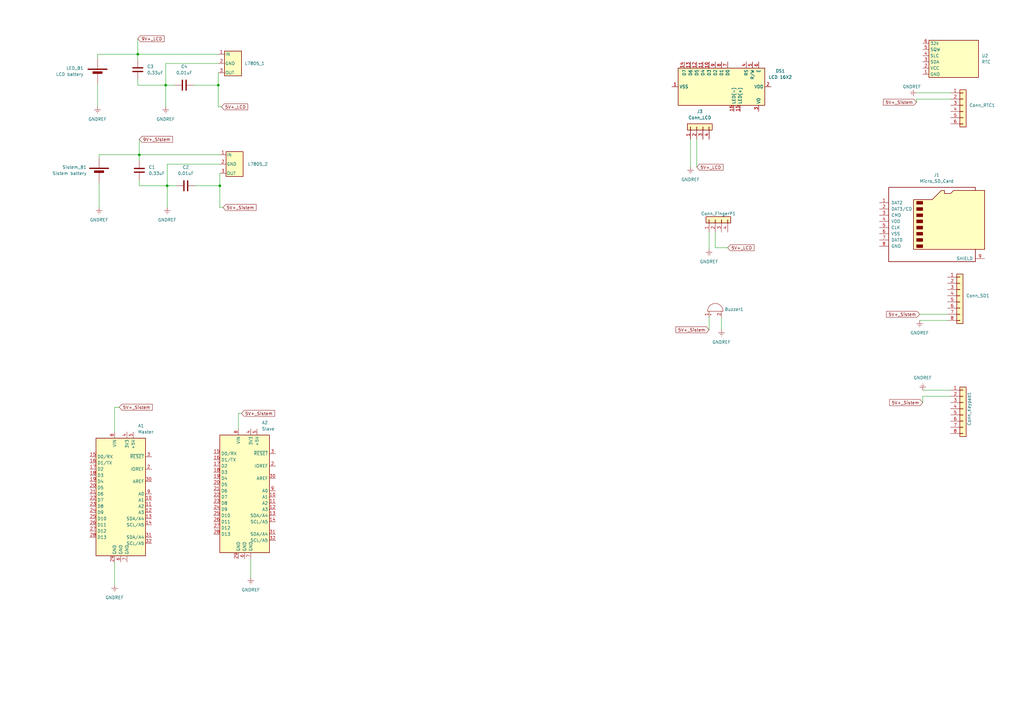
<source format=kicad_sch>
(kicad_sch (version 20230121) (generator eeschema)

  (uuid 3c4caa8f-8861-413f-af61-fe2b5ea3fb26)

  (paper "A3")

  (lib_symbols
    (symbol "Connector:Micro_SD_Card" (pin_names (offset 1.016)) (in_bom yes) (on_board yes)
      (property "Reference" "J1" (at 0.635 19.05 0)
        (effects (font (size 1.27 1.27)))
      )
      (property "Value" "Micro_SD_Card" (at 0.635 16.51 0)
        (effects (font (size 1.27 1.27)))
      )
      (property "Footprint" "" (at 29.21 7.62 0)
        (effects (font (size 1.27 1.27)) hide)
      )
      (property "Datasheet" "http://katalog.we-online.de/em/datasheet/693072010801.pdf" (at 0 0 0)
        (effects (font (size 1.27 1.27)) hide)
      )
      (property "ki_keywords" "connector SD microsd" (at 0 0 0)
        (effects (font (size 1.27 1.27)) hide)
      )
      (property "ki_description" "Micro SD Card Socket" (at 0 0 0)
        (effects (font (size 1.27 1.27)) hide)
      )
      (property "ki_fp_filters" "microSD*" (at 0 0 0)
        (effects (font (size 1.27 1.27)) hide)
      )
      (symbol "Micro_SD_Card_0_1"
        (rectangle (start -7.62 -9.525) (end -5.08 -10.795)
          (stroke (width 0) (type default))
          (fill (type outline))
        )
        (rectangle (start -7.62 -6.985) (end -5.08 -8.255)
          (stroke (width 0) (type default))
          (fill (type outline))
        )
        (rectangle (start -7.62 -4.445) (end -5.08 -5.715)
          (stroke (width 0) (type default))
          (fill (type outline))
        )
        (rectangle (start -7.62 -1.905) (end -5.08 -3.175)
          (stroke (width 0) (type default))
          (fill (type outline))
        )
        (rectangle (start -7.62 0.635) (end -5.08 -0.635)
          (stroke (width 0) (type default))
          (fill (type outline))
        )
        (rectangle (start -7.62 3.175) (end -5.08 1.905)
          (stroke (width 0) (type default))
          (fill (type outline))
        )
        (rectangle (start -7.62 5.715) (end -5.08 4.445)
          (stroke (width 0) (type default))
          (fill (type outline))
        )
        (rectangle (start -7.62 8.255) (end -5.08 6.985)
          (stroke (width 0) (type default))
          (fill (type outline))
        )
        (polyline
          (pts
            (xy 16.51 12.7)
            (xy 16.51 13.97)
            (xy -19.05 13.97)
            (xy -19.05 -16.51)
            (xy 16.51 -16.51)
            (xy 16.51 -11.43)
          )
          (stroke (width 0.254) (type default))
          (fill (type none))
        )
        (polyline
          (pts
            (xy -8.89 -11.43)
            (xy -8.89 8.89)
            (xy -1.27 8.89)
            (xy 2.54 12.7)
            (xy 3.81 12.7)
            (xy 3.81 11.43)
            (xy 6.35 11.43)
            (xy 7.62 12.7)
            (xy 20.32 12.7)
            (xy 20.32 -11.43)
            (xy -8.89 -11.43)
          )
          (stroke (width 0.254) (type default))
          (fill (type background))
        )
      )
      (symbol "Micro_SD_Card_1_1"
        (pin bidirectional line (at -22.86 7.62 0) (length 3.81)
          (name "DAT2" (effects (font (size 1.27 1.27))))
          (number "1" (effects (font (size 1.27 1.27))))
        )
        (pin bidirectional line (at -22.86 5.08 0) (length 3.81)
          (name "DAT3/CD" (effects (font (size 1.27 1.27))))
          (number "2" (effects (font (size 1.27 1.27))))
        )
        (pin input line (at -22.86 2.54 0) (length 3.81)
          (name "CMD" (effects (font (size 1.27 1.27))))
          (number "3" (effects (font (size 1.27 1.27))))
        )
        (pin power_in line (at -22.86 0 0) (length 3.81)
          (name "VDD" (effects (font (size 1.27 1.27))))
          (number "4" (effects (font (size 1.27 1.27))))
        )
        (pin input line (at -22.86 -2.54 0) (length 3.81)
          (name "CLK" (effects (font (size 1.27 1.27))))
          (number "5" (effects (font (size 1.27 1.27))))
        )
        (pin power_in line (at -22.86 -5.08 0) (length 3.81)
          (name "VSS" (effects (font (size 1.27 1.27))))
          (number "6" (effects (font (size 1.27 1.27))))
        )
        (pin bidirectional line (at -22.86 -7.62 0) (length 3.81)
          (name "DAT0" (effects (font (size 1.27 1.27))))
          (number "7" (effects (font (size 1.27 1.27))))
        )
        (pin bidirectional line (at -22.86 -10.16 0) (length 3.81)
          (name "GND" (effects (font (size 1.27 1.27))))
          (number "8" (effects (font (size 1.27 1.27))))
        )
        (pin passive line (at 20.32 -15.24 180) (length 3.81)
          (name "SHIELD" (effects (font (size 1.27 1.27))))
          (number "9" (effects (font (size 1.27 1.27))))
        )
      )
    )
    (symbol "Device:Buzzer" (pin_names (offset 0.0254) hide) (in_bom yes) (on_board yes)
      (property "Reference" "BZ" (at 3.81 1.27 0)
        (effects (font (size 1.27 1.27)) (justify left))
      )
      (property "Value" "Buzzer" (at 3.81 -1.27 0)
        (effects (font (size 1.27 1.27)) (justify left))
      )
      (property "Footprint" "" (at -0.635 2.54 90)
        (effects (font (size 1.27 1.27)) hide)
      )
      (property "Datasheet" "~" (at -0.635 2.54 90)
        (effects (font (size 1.27 1.27)) hide)
      )
      (property "ki_keywords" "quartz resonator ceramic" (at 0 0 0)
        (effects (font (size 1.27 1.27)) hide)
      )
      (property "ki_description" "Buzzer, polarized" (at 0 0 0)
        (effects (font (size 1.27 1.27)) hide)
      )
      (property "ki_fp_filters" "*Buzzer*" (at 0 0 0)
        (effects (font (size 1.27 1.27)) hide)
      )
      (symbol "Buzzer_0_1"
        (arc (start 0 -3.175) (mid 3.1612 0) (end 0 3.175)
          (stroke (width 0) (type default))
          (fill (type none))
        )
        (polyline
          (pts
            (xy -1.651 1.905)
            (xy -1.143 1.905)
          )
          (stroke (width 0) (type default))
          (fill (type none))
        )
        (polyline
          (pts
            (xy -1.397 2.159)
            (xy -1.397 1.651)
          )
          (stroke (width 0) (type default))
          (fill (type none))
        )
        (polyline
          (pts
            (xy 0 3.175)
            (xy 0 -3.175)
          )
          (stroke (width 0) (type default))
          (fill (type none))
        )
      )
      (symbol "Buzzer_1_1"
        (pin passive line (at -2.54 2.54 0) (length 2.54)
          (name "-" (effects (font (size 1.27 1.27))))
          (number "1" (effects (font (size 1.27 1.27))))
        )
        (pin passive line (at -2.54 -2.54 0) (length 2.54)
          (name "+" (effects (font (size 1.27 1.27))))
          (number "2" (effects (font (size 1.27 1.27))))
        )
      )
    )
    (symbol "Device:C" (pin_numbers hide) (pin_names (offset 0.254)) (in_bom yes) (on_board yes)
      (property "Reference" "C" (at 0.635 2.54 0)
        (effects (font (size 1.27 1.27)) (justify left))
      )
      (property "Value" "C" (at 0.635 -2.54 0)
        (effects (font (size 1.27 1.27)) (justify left))
      )
      (property "Footprint" "" (at 0.9652 -3.81 0)
        (effects (font (size 1.27 1.27)) hide)
      )
      (property "Datasheet" "~" (at 0 0 0)
        (effects (font (size 1.27 1.27)) hide)
      )
      (property "ki_keywords" "cap capacitor" (at 0 0 0)
        (effects (font (size 1.27 1.27)) hide)
      )
      (property "ki_description" "Unpolarized capacitor" (at 0 0 0)
        (effects (font (size 1.27 1.27)) hide)
      )
      (property "ki_fp_filters" "C_*" (at 0 0 0)
        (effects (font (size 1.27 1.27)) hide)
      )
      (symbol "C_0_1"
        (polyline
          (pts
            (xy -2.032 -0.762)
            (xy 2.032 -0.762)
          )
          (stroke (width 0.508) (type default))
          (fill (type none))
        )
        (polyline
          (pts
            (xy -2.032 0.762)
            (xy 2.032 0.762)
          )
          (stroke (width 0.508) (type default))
          (fill (type none))
        )
      )
      (symbol "C_1_1"
        (pin passive line (at 0 3.81 270) (length 2.794)
          (name "~" (effects (font (size 1.27 1.27))))
          (number "1" (effects (font (size 1.27 1.27))))
        )
        (pin passive line (at 0 -3.81 90) (length 2.794)
          (name "~" (effects (font (size 1.27 1.27))))
          (number "2" (effects (font (size 1.27 1.27))))
        )
      )
    )
    (symbol "Display_Character:WC1602A" (in_bom yes) (on_board yes)
      (property "Reference" "DS" (at -5.842 19.05 0)
        (effects (font (size 1.27 1.27)))
      )
      (property "Value" "WC1602A" (at 5.334 19.05 0)
        (effects (font (size 1.27 1.27)))
      )
      (property "Footprint" "Display:WC1602A" (at 0 -22.86 0)
        (effects (font (size 1.27 1.27) italic) hide)
      )
      (property "Datasheet" "http://www.wincomlcd.com/pdf/WC1602A-SFYLYHTC06.pdf" (at 17.78 0 0)
        (effects (font (size 1.27 1.27)) hide)
      )
      (property "ki_keywords" "display LCD dot-matrix" (at 0 0 0)
        (effects (font (size 1.27 1.27)) hide)
      )
      (property "ki_description" "LCD 16x2 Alphanumeric , 8 bit parallel bus, 5V VDD" (at 0 0 0)
        (effects (font (size 1.27 1.27)) hide)
      )
      (property "ki_fp_filters" "*WC*1602A*" (at 0 0 0)
        (effects (font (size 1.27 1.27)) hide)
      )
      (symbol "WC1602A_1_1"
        (rectangle (start -7.62 17.78) (end 7.62 -17.78)
          (stroke (width 0.254) (type default))
          (fill (type background))
        )
        (pin power_in line (at 0 -20.32 90) (length 2.54)
          (name "VSS" (effects (font (size 1.27 1.27))))
          (number "1" (effects (font (size 1.27 1.27))))
        )
        (pin input line (at -10.16 -5.08 0) (length 2.54)
          (name "D3" (effects (font (size 1.27 1.27))))
          (number "10" (effects (font (size 1.27 1.27))))
        )
        (pin input line (at -10.16 -7.62 0) (length 2.54)
          (name "D4" (effects (font (size 1.27 1.27))))
          (number "11" (effects (font (size 1.27 1.27))))
        )
        (pin input line (at -10.16 -10.16 0) (length 2.54)
          (name "D5" (effects (font (size 1.27 1.27))))
          (number "12" (effects (font (size 1.27 1.27))))
        )
        (pin input line (at -10.16 -12.7 0) (length 2.54)
          (name "D6" (effects (font (size 1.27 1.27))))
          (number "13" (effects (font (size 1.27 1.27))))
        )
        (pin input line (at -10.16 -15.24 0) (length 2.54)
          (name "D7" (effects (font (size 1.27 1.27))))
          (number "14" (effects (font (size 1.27 1.27))))
        )
        (pin power_in line (at 10.16 7.62 180) (length 2.54)
          (name "LED(+)" (effects (font (size 1.27 1.27))))
          (number "15" (effects (font (size 1.27 1.27))))
        )
        (pin power_in line (at 10.16 5.08 180) (length 2.54)
          (name "LED(-)" (effects (font (size 1.27 1.27))))
          (number "16" (effects (font (size 1.27 1.27))))
        )
        (pin power_in line (at 0 20.32 270) (length 2.54)
          (name "VDD" (effects (font (size 1.27 1.27))))
          (number "2" (effects (font (size 1.27 1.27))))
        )
        (pin input line (at 10.16 15.24 180) (length 2.54)
          (name "VO" (effects (font (size 1.27 1.27))))
          (number "3" (effects (font (size 1.27 1.27))))
        )
        (pin input line (at -10.16 10.16 0) (length 2.54)
          (name "RS" (effects (font (size 1.27 1.27))))
          (number "4" (effects (font (size 1.27 1.27))))
        )
        (pin input line (at -10.16 12.7 0) (length 2.54)
          (name "R/W" (effects (font (size 1.27 1.27))))
          (number "5" (effects (font (size 1.27 1.27))))
        )
        (pin input line (at -10.16 15.24 0) (length 2.54)
          (name "E" (effects (font (size 1.27 1.27))))
          (number "6" (effects (font (size 1.27 1.27))))
        )
        (pin input line (at -10.16 2.54 0) (length 2.54)
          (name "D0" (effects (font (size 1.27 1.27))))
          (number "7" (effects (font (size 1.27 1.27))))
        )
        (pin input line (at -10.16 0 0) (length 2.54)
          (name "D1" (effects (font (size 1.27 1.27))))
          (number "8" (effects (font (size 1.27 1.27))))
        )
        (pin input line (at -10.16 -2.54 0) (length 2.54)
          (name "D2" (effects (font (size 1.27 1.27))))
          (number "9" (effects (font (size 1.27 1.27))))
        )
      )
    )
    (symbol "MCU_Module:Arduino_UNO_R3" (in_bom yes) (on_board yes)
      (property "Reference" "A" (at -10.16 23.495 0)
        (effects (font (size 1.27 1.27)) (justify left bottom))
      )
      (property "Value" "Arduino_UNO_R3" (at 5.08 -26.67 0)
        (effects (font (size 1.27 1.27)) (justify left top))
      )
      (property "Footprint" "Module:Arduino_UNO_R3" (at 0 0 0)
        (effects (font (size 1.27 1.27) italic) hide)
      )
      (property "Datasheet" "https://www.arduino.cc/en/Main/arduinoBoardUno" (at 0 0 0)
        (effects (font (size 1.27 1.27)) hide)
      )
      (property "ki_keywords" "Arduino UNO R3 Microcontroller Module Atmel AVR USB" (at 0 0 0)
        (effects (font (size 1.27 1.27)) hide)
      )
      (property "ki_description" "Arduino UNO Microcontroller Module, release 3" (at 0 0 0)
        (effects (font (size 1.27 1.27)) hide)
      )
      (property "ki_fp_filters" "Arduino*UNO*R3*" (at 0 0 0)
        (effects (font (size 1.27 1.27)) hide)
      )
      (symbol "Arduino_UNO_R3_0_1"
        (rectangle (start -10.16 22.86) (end 10.16 -25.4)
          (stroke (width 0.254) (type default))
          (fill (type background))
        )
      )
      (symbol "Arduino_UNO_R3_1_1"
        (pin no_connect line (at -10.16 -20.32 0) (length 2.54) hide
          (name "NC" (effects (font (size 1.27 1.27))))
          (number "1" (effects (font (size 1.27 1.27))))
        )
        (pin bidirectional line (at 12.7 -2.54 180) (length 2.54)
          (name "A1" (effects (font (size 1.27 1.27))))
          (number "10" (effects (font (size 1.27 1.27))))
        )
        (pin bidirectional line (at 12.7 -5.08 180) (length 2.54)
          (name "A2" (effects (font (size 1.27 1.27))))
          (number "11" (effects (font (size 1.27 1.27))))
        )
        (pin bidirectional line (at 12.7 -7.62 180) (length 2.54)
          (name "A3" (effects (font (size 1.27 1.27))))
          (number "12" (effects (font (size 1.27 1.27))))
        )
        (pin bidirectional line (at 12.7 -10.16 180) (length 2.54)
          (name "SDA/A4" (effects (font (size 1.27 1.27))))
          (number "13" (effects (font (size 1.27 1.27))))
        )
        (pin bidirectional line (at 12.7 -12.7 180) (length 2.54)
          (name "SCL/A5" (effects (font (size 1.27 1.27))))
          (number "14" (effects (font (size 1.27 1.27))))
        )
        (pin bidirectional line (at -12.7 15.24 0) (length 2.54)
          (name "D0/RX" (effects (font (size 1.27 1.27))))
          (number "15" (effects (font (size 1.27 1.27))))
        )
        (pin bidirectional line (at -12.7 12.7 0) (length 2.54)
          (name "D1/TX" (effects (font (size 1.27 1.27))))
          (number "16" (effects (font (size 1.27 1.27))))
        )
        (pin bidirectional line (at -12.7 10.16 0) (length 2.54)
          (name "D2" (effects (font (size 1.27 1.27))))
          (number "17" (effects (font (size 1.27 1.27))))
        )
        (pin bidirectional line (at -12.7 7.62 0) (length 2.54)
          (name "D3" (effects (font (size 1.27 1.27))))
          (number "18" (effects (font (size 1.27 1.27))))
        )
        (pin bidirectional line (at -12.7 5.08 0) (length 2.54)
          (name "D4" (effects (font (size 1.27 1.27))))
          (number "19" (effects (font (size 1.27 1.27))))
        )
        (pin output line (at 12.7 10.16 180) (length 2.54)
          (name "IOREF" (effects (font (size 1.27 1.27))))
          (number "2" (effects (font (size 1.27 1.27))))
        )
        (pin bidirectional line (at -12.7 2.54 0) (length 2.54)
          (name "D5" (effects (font (size 1.27 1.27))))
          (number "20" (effects (font (size 1.27 1.27))))
        )
        (pin bidirectional line (at -12.7 0 0) (length 2.54)
          (name "D6" (effects (font (size 1.27 1.27))))
          (number "21" (effects (font (size 1.27 1.27))))
        )
        (pin bidirectional line (at -12.7 -2.54 0) (length 2.54)
          (name "D7" (effects (font (size 1.27 1.27))))
          (number "22" (effects (font (size 1.27 1.27))))
        )
        (pin bidirectional line (at -12.7 -5.08 0) (length 2.54)
          (name "D8" (effects (font (size 1.27 1.27))))
          (number "23" (effects (font (size 1.27 1.27))))
        )
        (pin bidirectional line (at -12.7 -7.62 0) (length 2.54)
          (name "D9" (effects (font (size 1.27 1.27))))
          (number "24" (effects (font (size 1.27 1.27))))
        )
        (pin bidirectional line (at -12.7 -10.16 0) (length 2.54)
          (name "D10" (effects (font (size 1.27 1.27))))
          (number "25" (effects (font (size 1.27 1.27))))
        )
        (pin bidirectional line (at -12.7 -12.7 0) (length 2.54)
          (name "D11" (effects (font (size 1.27 1.27))))
          (number "26" (effects (font (size 1.27 1.27))))
        )
        (pin bidirectional line (at -12.7 -15.24 0) (length 2.54)
          (name "D12" (effects (font (size 1.27 1.27))))
          (number "27" (effects (font (size 1.27 1.27))))
        )
        (pin bidirectional line (at -12.7 -17.78 0) (length 2.54)
          (name "D13" (effects (font (size 1.27 1.27))))
          (number "28" (effects (font (size 1.27 1.27))))
        )
        (pin power_in line (at -2.54 -27.94 90) (length 2.54)
          (name "GND" (effects (font (size 1.27 1.27))))
          (number "29" (effects (font (size 1.27 1.27))))
        )
        (pin input line (at 12.7 15.24 180) (length 2.54)
          (name "~{RESET}" (effects (font (size 1.27 1.27))))
          (number "3" (effects (font (size 1.27 1.27))))
        )
        (pin input line (at 12.7 5.08 180) (length 2.54)
          (name "AREF" (effects (font (size 1.27 1.27))))
          (number "30" (effects (font (size 1.27 1.27))))
        )
        (pin bidirectional line (at 12.7 -17.78 180) (length 2.54)
          (name "SDA/A4" (effects (font (size 1.27 1.27))))
          (number "31" (effects (font (size 1.27 1.27))))
        )
        (pin bidirectional line (at 12.7 -20.32 180) (length 2.54)
          (name "SCL/A5" (effects (font (size 1.27 1.27))))
          (number "32" (effects (font (size 1.27 1.27))))
        )
        (pin power_out line (at 2.54 25.4 270) (length 2.54)
          (name "3V3" (effects (font (size 1.27 1.27))))
          (number "4" (effects (font (size 1.27 1.27))))
        )
        (pin power_out line (at 5.08 25.4 270) (length 2.54)
          (name "+5V" (effects (font (size 1.27 1.27))))
          (number "5" (effects (font (size 1.27 1.27))))
        )
        (pin power_in line (at 0 -27.94 90) (length 2.54)
          (name "GND" (effects (font (size 1.27 1.27))))
          (number "6" (effects (font (size 1.27 1.27))))
        )
        (pin power_in line (at 2.54 -27.94 90) (length 2.54)
          (name "GND" (effects (font (size 1.27 1.27))))
          (number "7" (effects (font (size 1.27 1.27))))
        )
        (pin power_in line (at -2.54 25.4 270) (length 2.54)
          (name "VIN" (effects (font (size 1.27 1.27))))
          (number "8" (effects (font (size 1.27 1.27))))
        )
        (pin bidirectional line (at 12.7 0 180) (length 2.54)
          (name "A0" (effects (font (size 1.27 1.27))))
          (number "9" (effects (font (size 1.27 1.27))))
        )
      )
    )
    (symbol "PCM_4ms_Connector:Conn_01x04" (pin_names (offset 1.016) hide) (in_bom yes) (on_board yes)
      (property "Reference" "J" (at 0 5.08 0)
        (effects (font (size 1.27 1.27)))
      )
      (property "Value" "Conn_01x04" (at 0 -7.62 0)
        (effects (font (size 1.27 1.27)))
      )
      (property "Footprint" "4ms_Connector:Pins_1x04_2.54mm_TH_SWD" (at 0 6.985 0)
        (effects (font (size 1.27 1.27)) hide)
      )
      (property "Datasheet" "" (at 0 0 0)
        (effects (font (size 1.27 1.27)) hide)
      )
      (property "Specifications" "HEADER 1x4 MALE PINS 0.100” 180deg" (at -3.175 -14.605 0)
        (effects (font (size 1.27 1.27)) (justify left) hide)
      )
      (property "Manufacturer" "TAD" (at -2.54 -9.398 0)
        (effects (font (size 1.27 1.27)) (justify left) hide)
      )
      (property "Part Number" "1-0401FBV0T" (at -2.54 -10.922 0)
        (effects (font (size 1.27 1.27)) (justify left) hide)
      )
      (property "ki_keywords" "Conn_01x04" (at 0 0 0)
        (effects (font (size 1.27 1.27)) hide)
      )
      (property "ki_description" "HEADER 1x4 MALE PINS 0.100” 180deg" (at 0 0 0)
        (effects (font (size 1.27 1.27)) hide)
      )
      (property "ki_fp_filters" "Connector*:*_??x*mm* Connector*:*1x??x*mm* Pin?Header?Straight?1X* Pin?Header?Angled?1X* Socket?Strip?Straight?1X* Socket?Strip?Angled?1X*" (at 0 0 0)
        (effects (font (size 1.27 1.27)) hide)
      )
      (symbol "Conn_01x04_1_1"
        (rectangle (start -1.27 -4.953) (end 0 -5.207)
          (stroke (width 0.1524) (type default))
          (fill (type none))
        )
        (rectangle (start -1.27 -2.413) (end 0 -2.667)
          (stroke (width 0.1524) (type default))
          (fill (type none))
        )
        (rectangle (start -1.27 0.127) (end 0 -0.127)
          (stroke (width 0.1524) (type default))
          (fill (type none))
        )
        (rectangle (start -1.27 2.667) (end 0 2.413)
          (stroke (width 0.1524) (type default))
          (fill (type none))
        )
        (rectangle (start -1.27 3.81) (end 1.27 -6.35)
          (stroke (width 0.254) (type default))
          (fill (type background))
        )
        (pin passive line (at -5.08 2.54 0) (length 3.81)
          (name "Pin_1" (effects (font (size 1.27 1.27))))
          (number "1" (effects (font (size 1.27 1.27))))
        )
        (pin passive line (at -5.08 0 0) (length 3.81)
          (name "Pin_2" (effects (font (size 1.27 1.27))))
          (number "2" (effects (font (size 1.27 1.27))))
        )
        (pin passive line (at -5.08 -2.54 0) (length 3.81)
          (name "Pin_3" (effects (font (size 1.27 1.27))))
          (number "3" (effects (font (size 1.27 1.27))))
        )
        (pin passive line (at -5.08 -5.08 0) (length 3.81)
          (name "Pin_4" (effects (font (size 1.27 1.27))))
          (number "4" (effects (font (size 1.27 1.27))))
        )
      )
    )
    (symbol "PCM_4ms_Connector:Conn_01x06" (pin_names (offset 1.016) hide) (in_bom yes) (on_board yes)
      (property "Reference" "J" (at 0 7.62 0)
        (effects (font (size 1.27 1.27)))
      )
      (property "Value" "Conn_01x06" (at 0 -10.16 0)
        (effects (font (size 1.27 1.27)))
      )
      (property "Footprint" "4ms_Connector:Pins_1x06_2.54mm_TH_SWD" (at 0 -17.78 0)
        (effects (font (size 1.27 1.27)) hide)
      )
      (property "Datasheet" "" (at 0 -1.27 0)
        (effects (font (size 1.27 1.27)) hide)
      )
      (property "Specifications" "HEADER 1x6 MALE PINS 0.100” 180deg" (at -1.905 -15.875 0)
        (effects (font (size 1.27 1.27)) (justify left) hide)
      )
      (property "Manufacturer" "TAD" (at -2.54 -12.7 0)
        (effects (font (size 1.27 1.27)) (justify left) hide)
      )
      (property "Part Number" "1-0601FBV0T" (at -1.905 -14.605 0)
        (effects (font (size 1.27 1.27)) (justify left) hide)
      )
      (property "ki_keywords" "Conn_01x06" (at 0 0 0)
        (effects (font (size 1.27 1.27)) hide)
      )
      (property "ki_description" "HEADER 1x6 MALE PINS 0.100” 180deg" (at 0 0 0)
        (effects (font (size 1.27 1.27)) hide)
      )
      (property "ki_fp_filters" "Connector*:*_??x*mm* Connector*:*1x??x*mm* Pin?Header?Straight?1X* Pin?Header?Angled?1X* Socket?Strip?Straight?1X* Socket?Strip?Angled?1X*" (at 0 0 0)
        (effects (font (size 1.27 1.27)) hide)
      )
      (symbol "Conn_01x06_1_1"
        (rectangle (start -1.27 -7.493) (end 0 -7.747)
          (stroke (width 0.1524) (type default))
          (fill (type none))
        )
        (rectangle (start -1.27 -4.953) (end 0 -5.207)
          (stroke (width 0.1524) (type default))
          (fill (type none))
        )
        (rectangle (start -1.27 -2.413) (end 0 -2.667)
          (stroke (width 0.1524) (type default))
          (fill (type none))
        )
        (rectangle (start -1.27 0.127) (end 0 -0.127)
          (stroke (width 0.1524) (type default))
          (fill (type none))
        )
        (rectangle (start -1.27 2.667) (end 0 2.413)
          (stroke (width 0.1524) (type default))
          (fill (type none))
        )
        (rectangle (start -1.27 5.207) (end 0 4.953)
          (stroke (width 0.1524) (type default))
          (fill (type none))
        )
        (rectangle (start -1.27 6.35) (end 1.27 -8.89)
          (stroke (width 0.254) (type default))
          (fill (type background))
        )
        (pin passive line (at -5.08 5.08 0) (length 3.81)
          (name "Pin_1" (effects (font (size 1.27 1.27))))
          (number "1" (effects (font (size 1.27 1.27))))
        )
        (pin passive line (at -5.08 2.54 0) (length 3.81)
          (name "Pin_2" (effects (font (size 1.27 1.27))))
          (number "2" (effects (font (size 1.27 1.27))))
        )
        (pin passive line (at -5.08 0 0) (length 3.81)
          (name "Pin_3" (effects (font (size 1.27 1.27))))
          (number "3" (effects (font (size 1.27 1.27))))
        )
        (pin passive line (at -5.08 -2.54 0) (length 3.81)
          (name "Pin_4" (effects (font (size 1.27 1.27))))
          (number "4" (effects (font (size 1.27 1.27))))
        )
        (pin passive line (at -5.08 -5.08 0) (length 3.81)
          (name "Pin_5" (effects (font (size 1.27 1.27))))
          (number "5" (effects (font (size 1.27 1.27))))
        )
        (pin passive line (at -5.08 -7.62 0) (length 3.81)
          (name "Pin_6" (effects (font (size 1.27 1.27))))
          (number "6" (effects (font (size 1.27 1.27))))
        )
      )
    )
    (symbol "PCM_4ms_Connector:Conn_01x08" (pin_names (offset 1.016) hide) (in_bom yes) (on_board yes)
      (property "Reference" "J" (at 0 10.16 0)
        (effects (font (size 1.27 1.27)))
      )
      (property "Value" "Conn_01x08" (at -1.27 -13.97 0)
        (effects (font (size 1.27 1.27)))
      )
      (property "Footprint" "4ms_Connector:Pins_1x08_2.54mm_TH" (at 0 12.065 0)
        (effects (font (size 1.27 1.27)) hide)
      )
      (property "Datasheet" "" (at 0 5.08 0)
        (effects (font (size 1.27 1.27)) hide)
      )
      (property "Specifications" "HEADER 1x8 MALE PINS 0.100” 180deg" (at -4.445 -20.955 0)
        (effects (font (size 1.27 1.27)) (justify left) hide)
      )
      (property "ki_keywords" "Conn_01x08" (at 0 0 0)
        (effects (font (size 1.27 1.27)) hide)
      )
      (property "ki_description" "HEADER 1x8 MALE PINS 0.100” 180deg" (at 0 0 0)
        (effects (font (size 1.27 1.27)) hide)
      )
      (property "ki_fp_filters" "Connector*:*_??x*mm* Connector*:*1x??x*mm* Pin?Header?Straight?1X* Pin?Header?Angled?1X* Socket?Strip?Straight?1X* Socket?Strip?Angled?1X*" (at 0 0 0)
        (effects (font (size 1.27 1.27)) hide)
      )
      (symbol "Conn_01x08_0_0"
        (pin passive line (at -5.08 -2.54 0) (length 3.81)
          (name "Pin_5" (effects (font (size 1.27 1.27))))
          (number "5" (effects (font (size 1.27 1.27))))
        )
        (pin passive line (at -5.08 -5.08 0) (length 3.81)
          (name "Pin_6" (effects (font (size 1.27 1.27))))
          (number "6" (effects (font (size 1.27 1.27))))
        )
        (pin passive line (at -5.08 -7.62 0) (length 3.81)
          (name "Pin_7" (effects (font (size 1.27 1.27))))
          (number "7" (effects (font (size 1.27 1.27))))
        )
        (pin passive line (at -5.08 -10.16 0) (length 3.81)
          (name "Pin_8" (effects (font (size 1.27 1.27))))
          (number "8" (effects (font (size 1.27 1.27))))
        )
      )
      (symbol "Conn_01x08_1_1"
        (rectangle (start -1.27 -10.033) (end 0 -10.287)
          (stroke (width 0.1524) (type default))
          (fill (type none))
        )
        (rectangle (start -1.27 -7.493) (end 0 -7.747)
          (stroke (width 0.1524) (type default))
          (fill (type none))
        )
        (rectangle (start -1.27 -4.953) (end 0 -5.207)
          (stroke (width 0.1524) (type default))
          (fill (type none))
        )
        (rectangle (start -1.27 -2.413) (end 0 -2.667)
          (stroke (width 0.1524) (type default))
          (fill (type none))
        )
        (rectangle (start -1.27 0.127) (end 0 -0.127)
          (stroke (width 0.1524) (type default))
          (fill (type none))
        )
        (rectangle (start -1.27 2.667) (end 0 2.413)
          (stroke (width 0.1524) (type default))
          (fill (type none))
        )
        (rectangle (start -1.27 5.207) (end 0 4.953)
          (stroke (width 0.1524) (type default))
          (fill (type none))
        )
        (rectangle (start -1.27 7.747) (end 0 7.493)
          (stroke (width 0.1524) (type default))
          (fill (type none))
        )
        (rectangle (start -1.27 8.89) (end 1.27 -11.43)
          (stroke (width 0.254) (type default))
          (fill (type background))
        )
        (pin passive line (at -5.08 7.62 0) (length 3.81)
          (name "Pin_1" (effects (font (size 1.27 1.27))))
          (number "1" (effects (font (size 1.27 1.27))))
        )
        (pin passive line (at -5.08 5.08 0) (length 3.81)
          (name "Pin_2" (effects (font (size 1.27 1.27))))
          (number "2" (effects (font (size 1.27 1.27))))
        )
        (pin passive line (at -5.08 2.54 0) (length 3.81)
          (name "Pin_3" (effects (font (size 1.27 1.27))))
          (number "3" (effects (font (size 1.27 1.27))))
        )
        (pin passive line (at -5.08 0 0) (length 3.81)
          (name "Pin_4" (effects (font (size 1.27 1.27))))
          (number "4" (effects (font (size 1.27 1.27))))
        )
      )
    )
    (symbol "PCM_Elektuur:U" (pin_numbers hide) (pin_names (offset 0) hide) (in_bom yes) (on_board yes)
      (property "Reference" "U" (at 0.635 3.175 0)
        (effects (font (size 1.27 1.27)) (justify left))
      )
      (property "Value" "${SIM.PARAMS}" (at 0.635 -3.175 0)
        (effects (font (size 1.27 1.27)) (justify left))
      )
      (property "Footprint" "" (at 0 0 0)
        (effects (font (size 1.27 1.27)) hide)
      )
      (property "Datasheet" "" (at 0 0 0)
        (effects (font (size 1.27 1.27)) hide)
      )
      (property "Sim.Pins" "1=1 1=2 2=3 2=4" (at 0 0 0)
        (effects (font (size 1.27 1.27)) hide)
      )
      (property "Sim.Device" "SPICE" (at -2.54 3.175 0)
        (effects (font (size 1.27 1.27)) hide)
      )
      (property "Sim.Params" "type=\"V\" model=\"U\" lib=\"\"" (at 0 0 0)
        (effects (font (size 1.27 1.27)) hide)
      )
      (property "Indicator" "+" (at -1.27 3.175 0)
        (effects (font (size 1.27 1.27)) hide)
      )
      (property "Rating" "Ah" (at -0.635 -3.175 0)
        (effects (font (size 1.27 1.27)) (justify right) hide)
      )
      (property "ki_keywords" "U V battery primary secondary cell independent voltage tension source DC ⎓ supply direct" (at 0 0 0)
        (effects (font (size 1.27 1.27)) hide)
      )
      (property "ki_description" "battery; primary/secondary cell; independent voltage source; DC supply" (at 0 0 0)
        (effects (font (size 1.27 1.27)) hide)
      )
      (symbol "U_1_1"
        (rectangle (start -3.937 0.9398) (end 3.937 0.6858)
          (stroke (width 0.254) (type default))
          (fill (type outline))
        )
        (rectangle (start -1.905 -0.1778) (end 1.905 -0.9398)
          (stroke (width 0.254) (type default))
          (fill (type outline))
        )
        (pin passive line (at 0 5.08 270) (length 4.1402)
          (name "+" (effects (font (size 1.27 1.27))))
          (number "1" (effects (font (size 1.27 1.27))))
        )
        (pin passive line (at 0 -5.08 90) (length 4.1402)
          (name "-" (effects (font (size 1.27 1.27))))
          (number "2" (effects (font (size 1.27 1.27))))
        )
      )
      (symbol "U_1_2"
        (rectangle (start -3.937 0.6858) (end 3.937 0.4318)
          (stroke (width 0.254) (type default))
          (fill (type outline))
        )
        (rectangle (start -1.905 -0.4318) (end 1.905 -1.1938)
          (stroke (width 0.254) (type default))
          (fill (type outline))
        )
        (pin passive line (at 0 5.08 270) (length 4.3942)
          (name "+" (effects (font (size 1.27 1.27))))
          (number "1" (effects (font (size 1.27 1.27))))
        )
        (pin passive line (at 0 -5.08 90) (length 3.8862)
          (name "-" (effects (font (size 1.27 1.27))))
          (number "2" (effects (font (size 1.27 1.27))))
        )
      )
    )
    (symbol "Regulator_Linear:L7805" (pin_names (offset 0.254)) (in_bom yes) (on_board yes)
      (property "Reference" "U2" (at 1.27 3.81 90)
        (effects (font (size 1.27 1.27)) (justify left))
      )
      (property "Value" "L7805" (at -1.27 3.81 90)
        (effects (font (size 1.27 1.27)) (justify left))
      )
      (property "Footprint" "" (at 0.635 -3.81 0)
        (effects (font (size 1.27 1.27) italic) (justify left) hide)
      )
      (property "Datasheet" "http://www.st.com/content/ccc/resource/technical/document/datasheet/41/4f/b3/b0/12/d4/47/88/CD00000444.pdf/files/CD00000444.pdf/jcr:content/translations/en.CD00000444.pdf" (at 0 -1.27 0)
        (effects (font (size 1.27 1.27)) hide)
      )
      (property "ki_keywords" "Voltage Regulator 1.5A Positive" (at 0 0 0)
        (effects (font (size 1.27 1.27)) hide)
      )
      (property "ki_description" "Positive 1.5A 35V Linear Regulator, Fixed Output 5V, TO-220/TO-263/TO-252" (at 0 0 0)
        (effects (font (size 1.27 1.27)) hide)
      )
      (property "ki_fp_filters" "TO?252* TO?263* TO?220*" (at 0 0 0)
        (effects (font (size 1.27 1.27)) hide)
      )
      (symbol "L7805_0_1"
        (rectangle (start -5.08 1.905) (end 5.08 -5.08)
          (stroke (width 0.254) (type default))
          (fill (type background))
        )
      )
      (symbol "L7805_1_1"
        (pin power_in line (at -3.81 -7.62 90) (length 2.54)
          (name "IN" (effects (font (size 1.27 1.27))))
          (number "1" (effects (font (size 1.27 1.27))))
        )
        (pin power_in line (at 0 -7.62 90) (length 2.54)
          (name "GND" (effects (font (size 1.27 1.27))))
          (number "2" (effects (font (size 1.27 1.27))))
        )
        (pin power_out line (at 3.81 -7.62 90) (length 2.54)
          (name "OUT" (effects (font (size 1.27 1.27))))
          (number "3" (effects (font (size 1.27 1.27))))
        )
      )
    )
    (symbol "Timer_RTC:DS3231MZ" (in_bom yes) (on_board yes)
      (property "Reference" "U1" (at 1.9559 -10.16 0)
        (effects (font (size 1.27 1.27)) (justify left))
      )
      (property "Value" "DS3231MZ" (at 1.9559 -12.7 0)
        (effects (font (size 1.27 1.27)) (justify left))
      )
      (property "Footprint" "Package_SO:SO-8_3.9x4.9mm_P1.27mm" (at 0 -12.7 0)
        (effects (font (size 1.27 1.27)) hide)
      )
      (property "Datasheet" "" (at 0 -15.24 0)
        (effects (font (size 1.27 1.27)) hide)
      )
      (property "ki_keywords" "RTC TCXO Realtime Time Clock MEMS I2C" (at 0 0 0)
        (effects (font (size 1.27 1.27)) hide)
      )
      (property "ki_description" "±5ppm, I2C Real-Time Clock SOIC-8" (at 0 0 0)
        (effects (font (size 1.27 1.27)) hide)
      )
      (property "ki_fp_filters" "SOIC*3.9x4.9mm*P1.27mm*" (at 0 0 0)
        (effects (font (size 1.27 1.27)) hide)
      )
      (symbol "DS3231MZ_0_1"
        (rectangle (start -10.16 7.62) (end 10.16 -7.62)
          (stroke (width 0.254) (type default))
          (fill (type background))
        )
      )
      (symbol "DS3231MZ_1_1"
        (pin power_in line (at -12.7 -6.35 0) (length 2.54)
          (name "GND" (effects (font (size 1.27 1.27))))
          (number "1" (effects (font (size 1.27 1.27))))
        )
        (pin power_in line (at -12.7 -3.81 0) (length 2.54)
          (name "VCC" (effects (font (size 1.27 1.27))))
          (number "2" (effects (font (size 1.27 1.27))))
        )
        (pin bidirectional line (at -12.7 -1.27 0) (length 2.54)
          (name "SDA" (effects (font (size 1.27 1.27))))
          (number "3" (effects (font (size 1.27 1.27))))
        )
        (pin bidirectional line (at -12.7 1.27 0) (length 2.54)
          (name "SLC" (effects (font (size 1.27 1.27))))
          (number "4" (effects (font (size 1.27 1.27))))
        )
        (pin bidirectional line (at -12.7 3.81 0) (length 2.54)
          (name "SQW" (effects (font (size 1.27 1.27))))
          (number "5" (effects (font (size 1.27 1.27))))
        )
        (pin bidirectional line (at -12.7 6.35 0) (length 2.54)
          (name "32k" (effects (font (size 1.27 1.27))))
          (number "6" (effects (font (size 1.27 1.27))))
        )
      )
    )
    (symbol "power:GNDREF" (power) (pin_names (offset 0)) (in_bom yes) (on_board yes)
      (property "Reference" "#PWR" (at 0 -6.35 0)
        (effects (font (size 1.27 1.27)) hide)
      )
      (property "Value" "GNDREF" (at 0 -3.81 0)
        (effects (font (size 1.27 1.27)))
      )
      (property "Footprint" "" (at 0 0 0)
        (effects (font (size 1.27 1.27)) hide)
      )
      (property "Datasheet" "" (at 0 0 0)
        (effects (font (size 1.27 1.27)) hide)
      )
      (property "ki_keywords" "global power" (at 0 0 0)
        (effects (font (size 1.27 1.27)) hide)
      )
      (property "ki_description" "Power symbol creates a global label with name \"GNDREF\" , reference supply ground" (at 0 0 0)
        (effects (font (size 1.27 1.27)) hide)
      )
      (symbol "GNDREF_0_1"
        (polyline
          (pts
            (xy -0.635 -1.905)
            (xy 0.635 -1.905)
          )
          (stroke (width 0) (type default))
          (fill (type none))
        )
        (polyline
          (pts
            (xy -0.127 -2.54)
            (xy 0.127 -2.54)
          )
          (stroke (width 0) (type default))
          (fill (type none))
        )
        (polyline
          (pts
            (xy 0 -1.27)
            (xy 0 0)
          )
          (stroke (width 0) (type default))
          (fill (type none))
        )
        (polyline
          (pts
            (xy 1.27 -1.27)
            (xy -1.27 -1.27)
          )
          (stroke (width 0) (type default))
          (fill (type none))
        )
      )
      (symbol "GNDREF_1_1"
        (pin power_in line (at 0 0 270) (length 0) hide
          (name "GNDREF" (effects (font (size 1.27 1.27))))
          (number "1" (effects (font (size 1.27 1.27))))
        )
      )
    )
  )

  (junction (at 68.58 76.2) (diameter 0) (color 0 0 0 0)
    (uuid 1c351578-b2bc-4da2-a1fe-69bdb719f34e)
  )
  (junction (at 56.515 22.225) (diameter 0) (color 0 0 0 0)
    (uuid 354e7d6b-2882-48e7-a658-eb15d575021e)
  )
  (junction (at 57.15 63.5) (diameter 0) (color 0 0 0 0)
    (uuid 7bc3a181-d69c-4e96-a58f-16f2b3b4f773)
  )
  (junction (at 67.945 34.925) (diameter 0) (color 0 0 0 0)
    (uuid a49e5480-6eae-474f-adfe-00ce32a4c4ee)
  )
  (junction (at 89.535 34.925) (diameter 0) (color 0 0 0 0)
    (uuid bbb85afa-99f0-4ada-926a-a9e1f38efc4a)
  )
  (junction (at 90.17 76.2) (diameter 0) (color 0 0 0 0)
    (uuid f4992422-cef4-4793-89c4-f31ff2f61bcb)
  )

  (wire (pts (xy 90.17 71.12) (xy 90.17 76.2))
    (stroke (width 0) (type default))
    (uuid 09a5c50e-23ba-4c02-9955-048249d51a67)
  )
  (wire (pts (xy 89.535 29.845) (xy 89.535 34.925))
    (stroke (width 0) (type default))
    (uuid 0c096d40-4e98-4808-8b74-fd4d7c0c7e24)
  )
  (wire (pts (xy 389.89 40.64) (xy 375.92 40.64))
    (stroke (width 0) (type default))
    (uuid 0c167a6b-cbde-48b7-be08-4478cace20cd)
  )
  (wire (pts (xy 57.15 63.5) (xy 90.17 63.5))
    (stroke (width 0) (type default))
    (uuid 0da72e0e-78cf-48a5-a802-dfa0151bfa47)
  )
  (wire (pts (xy 40.64 64.77) (xy 40.64 63.5))
    (stroke (width 0) (type default))
    (uuid 11969831-92d0-44bc-bef7-eb5c53da181d)
  )
  (wire (pts (xy 97.79 169.545) (xy 99.06 169.545))
    (stroke (width 0) (type default))
    (uuid 1e424ec0-8b81-497b-a35a-ac286fb75388)
  )
  (wire (pts (xy 102.87 229.235) (xy 102.87 236.855))
    (stroke (width 0) (type default))
    (uuid 2dad629e-6463-4526-a624-52615911ed20)
  )
  (wire (pts (xy 57.15 57.15) (xy 57.15 63.5))
    (stroke (width 0) (type default))
    (uuid 2e4bb042-d292-4af8-943e-8e813c7d871b)
  )
  (wire (pts (xy 89.535 34.925) (xy 89.535 43.815))
    (stroke (width 0) (type default))
    (uuid 308d6716-66ef-48a6-9f6a-35de5064677e)
  )
  (wire (pts (xy 285.75 57.15) (xy 285.75 68.58))
    (stroke (width 0) (type default))
    (uuid 3280789c-9bb9-4ece-ab8a-8c63be2c12b4)
  )
  (wire (pts (xy 283.21 57.15) (xy 283.21 68.58))
    (stroke (width 0) (type default))
    (uuid 3cb070cd-206e-49ff-b805-a6a099423504)
  )
  (wire (pts (xy 377.19 128.905) (xy 388.62 128.905))
    (stroke (width 0) (type default))
    (uuid 41f4fa14-3f0e-482a-866a-b86527e5e945)
  )
  (wire (pts (xy 80.01 76.2) (xy 90.17 76.2))
    (stroke (width 0) (type default))
    (uuid 4eb35f6e-3731-4bf7-90f9-843ada28d2d7)
  )
  (wire (pts (xy 89.535 26.035) (xy 67.945 26.035))
    (stroke (width 0) (type default))
    (uuid 4ed2c611-e74a-4363-b115-260311546c47)
  )
  (wire (pts (xy 56.515 15.875) (xy 56.515 22.225))
    (stroke (width 0) (type default))
    (uuid 51b57fce-e297-43b1-bcf2-632501ba2192)
  )
  (wire (pts (xy 90.17 76.2) (xy 90.17 85.09))
    (stroke (width 0) (type default))
    (uuid 56a47b47-7f98-45d8-beeb-7cdde842916e)
  )
  (wire (pts (xy 375.92 40.64) (xy 375.92 41.91))
    (stroke (width 0) (type default))
    (uuid 57c4084a-ffd1-450b-9f07-e25f8b008d86)
  )
  (wire (pts (xy 97.79 175.895) (xy 97.79 169.545))
    (stroke (width 0) (type default))
    (uuid 58289ca8-1d84-4f32-8247-80953c989157)
  )
  (wire (pts (xy 57.15 73.66) (xy 57.15 76.2))
    (stroke (width 0) (type default))
    (uuid 5baa9289-a3a3-4bb9-b1d6-6bc52d8ec4c0)
  )
  (wire (pts (xy 56.515 24.765) (xy 56.515 22.225))
    (stroke (width 0) (type default))
    (uuid 5d8ed513-02e5-49c8-a55a-561c6f5110b4)
  )
  (wire (pts (xy 56.515 34.925) (xy 67.945 34.925))
    (stroke (width 0) (type default))
    (uuid 632725f2-1106-4e8d-ba7e-0a80d5e48697)
  )
  (wire (pts (xy 40.005 22.225) (xy 56.515 22.225))
    (stroke (width 0) (type default))
    (uuid 6838a0e6-8d0d-4631-b88a-bc5213bd0cd6)
  )
  (wire (pts (xy 389.89 160.02) (xy 378.46 160.02))
    (stroke (width 0) (type default))
    (uuid 6bca1070-afa5-4782-81ed-766dbab9183b)
  )
  (wire (pts (xy 378.46 165.1) (xy 378.46 162.56))
    (stroke (width 0) (type default))
    (uuid 719b7fc9-39a9-47f7-adb7-d75d8c544620)
  )
  (wire (pts (xy 378.46 162.56) (xy 389.89 162.56))
    (stroke (width 0) (type default))
    (uuid 7303c400-69fc-4775-9009-6c6c71f02512)
  )
  (wire (pts (xy 377.19 131.445) (xy 388.62 131.445))
    (stroke (width 0) (type default))
    (uuid 75c5976c-456c-49d1-89f6-c34846b886bf)
  )
  (wire (pts (xy 89.535 43.815) (xy 90.805 43.815))
    (stroke (width 0) (type default))
    (uuid 8af185ba-8c29-4e14-a469-1670193a2252)
  )
  (wire (pts (xy 67.945 34.925) (xy 67.945 43.815))
    (stroke (width 0) (type default))
    (uuid 8d761579-c50c-4ac1-b042-df370b29eeaa)
  )
  (wire (pts (xy 40.005 34.29) (xy 40.005 43.815))
    (stroke (width 0) (type default))
    (uuid 8f8ea6f9-1c2a-425b-a279-269091d44fa1)
  )
  (wire (pts (xy 40.64 63.5) (xy 57.15 63.5))
    (stroke (width 0) (type default))
    (uuid 96994ffc-1d7a-4d85-9167-c1ac1f7d2176)
  )
  (wire (pts (xy 68.58 76.2) (xy 68.58 85.09))
    (stroke (width 0) (type default))
    (uuid 9a3146e5-fe89-4e3c-a33a-8ef7c1c14016)
  )
  (wire (pts (xy 40.64 74.93) (xy 40.64 85.09))
    (stroke (width 0) (type default))
    (uuid 9bbaa65f-712d-4591-ae1e-7ef10cd73d8b)
  )
  (wire (pts (xy 57.15 76.2) (xy 68.58 76.2))
    (stroke (width 0) (type default))
    (uuid 9caf14b4-1d79-44e8-a373-b2a88e8ef6c2)
  )
  (wire (pts (xy 46.99 177.165) (xy 46.99 167.005))
    (stroke (width 0) (type default))
    (uuid 9cb1961e-b9ea-4402-9bf7-a97c82418d2a)
  )
  (wire (pts (xy 90.17 67.31) (xy 68.58 67.31))
    (stroke (width 0) (type default))
    (uuid a2c4455b-a186-40b0-bd1e-52d5837daad8)
  )
  (wire (pts (xy 40.005 24.13) (xy 40.005 22.225))
    (stroke (width 0) (type default))
    (uuid b010ee05-3408-4416-9d15-c8b4b70fb6ef)
  )
  (wire (pts (xy 290.83 95.25) (xy 290.83 102.235))
    (stroke (width 0) (type default))
    (uuid b2998e5f-2a8a-4833-95ae-d9cf79389f8f)
  )
  (wire (pts (xy 67.945 34.925) (xy 71.755 34.925))
    (stroke (width 0) (type default))
    (uuid b7b13c81-53c0-4178-b0c6-75989283f175)
  )
  (wire (pts (xy 295.91 130.175) (xy 295.91 135.255))
    (stroke (width 0) (type default))
    (uuid b90d0d16-b59b-4e84-b1af-45a568b46697)
  )
  (wire (pts (xy 68.58 76.2) (xy 72.39 76.2))
    (stroke (width 0) (type default))
    (uuid bacbd4be-57a2-4057-9ee1-4188b27b7cb6)
  )
  (wire (pts (xy 46.99 230.505) (xy 46.99 240.03))
    (stroke (width 0) (type default))
    (uuid bad454bd-7612-4763-bd45-f5d7a61fe7a7)
  )
  (wire (pts (xy 293.37 101.6) (xy 298.45 101.6))
    (stroke (width 0) (type default))
    (uuid c010a951-f7c4-4f6d-b199-dc87eae05a95)
  )
  (wire (pts (xy 56.515 22.225) (xy 89.535 22.225))
    (stroke (width 0) (type default))
    (uuid c7b6ba11-87b6-4955-b370-32b620220382)
  )
  (wire (pts (xy 68.58 67.31) (xy 68.58 76.2))
    (stroke (width 0) (type default))
    (uuid c924cb5c-2563-4908-8528-1cc8175f4452)
  )
  (wire (pts (xy 67.945 26.035) (xy 67.945 34.925))
    (stroke (width 0) (type default))
    (uuid cc310815-c2d6-4132-81e3-ae8b797dbf71)
  )
  (wire (pts (xy 293.37 95.25) (xy 293.37 101.6))
    (stroke (width 0) (type default))
    (uuid cd56202c-f746-4844-aa7e-aa66741e2c54)
  )
  (wire (pts (xy 56.515 32.385) (xy 56.515 34.925))
    (stroke (width 0) (type default))
    (uuid cdcdabad-deea-4650-a9e5-54746efa0fd7)
  )
  (wire (pts (xy 90.17 85.09) (xy 91.44 85.09))
    (stroke (width 0) (type default))
    (uuid cdce8770-db89-476b-b96a-3c2d6663c103)
  )
  (wire (pts (xy 290.83 130.175) (xy 290.83 135.255))
    (stroke (width 0) (type default))
    (uuid d455043c-df19-433c-80b4-1f043443a964)
  )
  (wire (pts (xy 46.99 167.005) (xy 48.895 167.005))
    (stroke (width 0) (type default))
    (uuid da4b29fc-a337-4b25-9d21-11a6eba7a609)
  )
  (wire (pts (xy 79.375 34.925) (xy 89.535 34.925))
    (stroke (width 0) (type default))
    (uuid df5a7ea7-0582-46e8-8531-096dd705429a)
  )
  (wire (pts (xy 57.15 66.04) (xy 57.15 63.5))
    (stroke (width 0) (type default))
    (uuid e895bdfc-04fc-463b-ab21-46b20de73828)
  )
  (wire (pts (xy 375.92 38.1) (xy 389.89 38.1))
    (stroke (width 0) (type default))
    (uuid f12e7570-d9b2-4b20-98b8-0f399c822498)
  )

  (global_label "5V+_LCD" (shape input) (at 90.805 43.815 0) (fields_autoplaced)
    (effects (font (size 1.27 1.27)) (justify left))
    (uuid 02d5f283-b5f0-4102-bfa2-3dc4f17c3e89)
    (property "Intersheetrefs" "${INTERSHEET_REFS}" (at 102.1964 43.815 0)
      (effects (font (size 1.27 1.27)) (justify left) hide)
    )
  )
  (global_label "5V+_Sistem" (shape input) (at 377.19 128.905 180) (fields_autoplaced)
    (effects (font (size 1.27 1.27)) (justify right))
    (uuid 3d69c5d7-9516-4620-a8c2-bdc8319500b0)
    (property "Intersheetrefs" "${INTERSHEET_REFS}" (at 363.0167 128.905 0)
      (effects (font (size 1.27 1.27)) (justify right) hide)
    )
  )
  (global_label "9V+_Sistem" (shape input) (at 57.15 57.15 0) (fields_autoplaced)
    (effects (font (size 1.27 1.27)) (justify left))
    (uuid 5a28e926-b2e1-4aed-8ba6-546a1e9e2357)
    (property "Intersheetrefs" "${INTERSHEET_REFS}" (at 71.3233 57.15 0)
      (effects (font (size 1.27 1.27)) (justify left) hide)
    )
  )
  (global_label "5V+_Sistem" (shape input) (at 290.83 135.255 180) (fields_autoplaced)
    (effects (font (size 1.27 1.27)) (justify right))
    (uuid 79d6a53c-4ea9-49b0-a57d-a71b66eed8db)
    (property "Intersheetrefs" "${INTERSHEET_REFS}" (at 276.6567 135.255 0)
      (effects (font (size 1.27 1.27)) (justify right) hide)
    )
  )
  (global_label "5V+_LCD" (shape input) (at 298.45 101.6 0) (fields_autoplaced)
    (effects (font (size 1.27 1.27)) (justify left))
    (uuid 95656eca-2ea5-4cf8-901a-ed15109e9d8c)
    (property "Intersheetrefs" "${INTERSHEET_REFS}" (at 309.8414 101.6 0)
      (effects (font (size 1.27 1.27)) (justify left) hide)
    )
  )
  (global_label "5V+_LCD" (shape input) (at 285.75 68.58 0) (fields_autoplaced)
    (effects (font (size 1.27 1.27)) (justify left))
    (uuid 96ec0168-f336-453a-a1e0-766758c8ad5d)
    (property "Intersheetrefs" "${INTERSHEET_REFS}" (at 297.1414 68.58 0)
      (effects (font (size 1.27 1.27)) (justify left) hide)
    )
  )
  (global_label "5V+_Sistem" (shape input) (at 375.92 41.91 180) (fields_autoplaced)
    (effects (font (size 1.27 1.27)) (justify right))
    (uuid 9750f71a-fb55-4411-b7fc-54ea17139458)
    (property "Intersheetrefs" "${INTERSHEET_REFS}" (at 361.7467 41.91 0)
      (effects (font (size 1.27 1.27)) (justify right) hide)
    )
  )
  (global_label "9V+_LCD" (shape input) (at 56.515 15.875 0) (fields_autoplaced)
    (effects (font (size 1.27 1.27)) (justify left))
    (uuid a6ec439f-51f5-4185-adbb-420daeffb350)
    (property "Intersheetrefs" "${INTERSHEET_REFS}" (at 67.9064 15.875 0)
      (effects (font (size 1.27 1.27)) (justify left) hide)
    )
  )
  (global_label "5V+_Sistem" (shape input) (at 99.06 169.545 0) (fields_autoplaced)
    (effects (font (size 1.27 1.27)) (justify left))
    (uuid b12525da-b848-4213-aee5-7cf5615040d1)
    (property "Intersheetrefs" "${INTERSHEET_REFS}" (at 113.2333 169.545 0)
      (effects (font (size 1.27 1.27)) (justify left) hide)
    )
  )
  (global_label "5V+_Sistem" (shape input) (at 378.46 165.1 180) (fields_autoplaced)
    (effects (font (size 1.27 1.27)) (justify right))
    (uuid d20a401e-39c7-447c-a42c-cf1d2ad7dc31)
    (property "Intersheetrefs" "${INTERSHEET_REFS}" (at 364.2867 165.1 0)
      (effects (font (size 1.27 1.27)) (justify right) hide)
    )
  )
  (global_label "5V+_Sistem" (shape input) (at 48.895 167.005 0) (fields_autoplaced)
    (effects (font (size 1.27 1.27)) (justify left))
    (uuid d432012f-8a0c-4461-8559-0b41696ac767)
    (property "Intersheetrefs" "${INTERSHEET_REFS}" (at 63.0683 167.005 0)
      (effects (font (size 1.27 1.27)) (justify left) hide)
    )
  )
  (global_label "5V+_Sistem" (shape input) (at 91.44 85.09 0) (fields_autoplaced)
    (effects (font (size 1.27 1.27)) (justify left))
    (uuid e402801b-7782-449a-b145-cfda80535de0)
    (property "Intersheetrefs" "${INTERSHEET_REFS}" (at 105.6133 85.09 0)
      (effects (font (size 1.27 1.27)) (justify left) hide)
    )
  )

  (symbol (lib_id "Regulator_Linear:L7805") (at 97.155 26.035 270) (unit 1)
    (in_bom yes) (on_board yes) (dnp no) (fields_autoplaced)
    (uuid 0166c522-13e8-448b-8f7f-9609eccfd2a7)
    (property "Reference" "L7805_1" (at 100.33 26.035 90)
      (effects (font (size 1.27 1.27)) (justify left))
    )
    (property "Value" "L7805" (at 100.33 27.305 90)
      (effects (font (size 1.27 1.27)) (justify left) hide)
    )
    (property "Footprint" "Package_TO_SOT_THT:TO-220-3_Vertical" (at 93.345 26.67 0)
      (effects (font (size 1.27 1.27) italic) (justify left) hide)
    )
    (property "Datasheet" "http://www.st.com/content/ccc/resource/technical/document/datasheet/41/4f/b3/b0/12/d4/47/88/CD00000444.pdf/files/CD00000444.pdf/jcr:content/translations/en.CD00000444.pdf" (at 95.885 26.035 0)
      (effects (font (size 1.27 1.27)) hide)
    )
    (pin "1" (uuid 14518710-02ed-4f85-b70a-35c873f0e9bb))
    (pin "2" (uuid 5051676b-5963-441f-b682-b5caf2e777a6))
    (pin "3" (uuid 156802b1-0739-4a4c-b9b0-3470db52411a))
    (instances
      (project "PCB"
        (path "/3c4caa8f-8861-413f-af61-fe2b5ea3fb26"
          (reference "L7805_1") (unit 1)
        )
      )
    )
  )

  (symbol (lib_id "PCM_Elektuur:U") (at 40.64 69.85 0) (unit 1)
    (in_bom yes) (on_board yes) (dnp no) (fields_autoplaced)
    (uuid 0bb3963e-f2c3-4bb4-bf23-0b141b81c9cc)
    (property "Reference" "Sistem_B1" (at 35.56 68.58 0)
      (effects (font (size 1.27 1.27)) (justify right))
    )
    (property "Value" "Sistem battery" (at 35.56 71.12 0)
      (effects (font (size 1.27 1.27)) (justify right))
    )
    (property "Footprint" "Battery:BatteryHolder_Eagle_12BH611-GR" (at 40.64 69.85 0)
      (effects (font (size 1.27 1.27)) hide)
    )
    (property "Datasheet" "" (at 40.64 69.85 0)
      (effects (font (size 1.27 1.27)) hide)
    )
    (property "Sim.Pins" "1=1 1=2 2=3 2=4" (at 40.64 69.85 0)
      (effects (font (size 1.27 1.27)) hide)
    )
    (property "Sim.Device" "SPICE" (at 38.1 66.675 0)
      (effects (font (size 1.27 1.27)) hide)
    )
    (property "Sim.Params" "type=\"V\" model=\"U\" lib=\"\"" (at 40.64 69.85 0)
      (effects (font (size 1.27 1.27)) hide)
    )
    (property "Indicator" "+" (at 39.37 66.675 0)
      (effects (font (size 1.27 1.27)) hide)
    )
    (property "Rating" "Ah" (at 40.005 73.025 0)
      (effects (font (size 1.27 1.27)) (justify right) hide)
    )
    (pin "1" (uuid 39d7650a-f5e2-4683-bbc0-538f548b779b))
    (pin "2" (uuid 5e2eb1e4-9e05-4365-9563-ec6f2b76f11a))
    (instances
      (project "PCB"
        (path "/3c4caa8f-8861-413f-af61-fe2b5ea3fb26"
          (reference "Sistem_B1") (unit 1)
        )
      )
    )
  )

  (symbol (lib_id "power:GNDREF") (at 378.46 160.02 180) (unit 1)
    (in_bom yes) (on_board yes) (dnp no)
    (uuid 0bf31029-574f-480a-a193-bd5552934472)
    (property "Reference" "#PWR06" (at 378.46 153.67 0)
      (effects (font (size 1.27 1.27)) hide)
    )
    (property "Value" "GNDREF" (at 378.46 154.94 0)
      (effects (font (size 1.27 1.27)))
    )
    (property "Footprint" "" (at 378.46 160.02 0)
      (effects (font (size 1.27 1.27)) hide)
    )
    (property "Datasheet" "" (at 378.46 160.02 0)
      (effects (font (size 1.27 1.27)) hide)
    )
    (pin "1" (uuid c1119473-c6df-4c5d-b97d-f736f4f51752))
    (instances
      (project "PCB"
        (path "/3c4caa8f-8861-413f-af61-fe2b5ea3fb26"
          (reference "#PWR06") (unit 1)
        )
      )
    )
  )

  (symbol (lib_id "power:GNDREF") (at 377.19 131.445 0) (unit 1)
    (in_bom yes) (on_board yes) (dnp no)
    (uuid 1caab3ac-b281-4c58-bcd7-fba5faabe775)
    (property "Reference" "#PWR04" (at 377.19 137.795 0)
      (effects (font (size 1.27 1.27)) hide)
    )
    (property "Value" "GND_Sistem" (at 377.19 136.525 0)
      (effects (font (size 1.27 1.27)))
    )
    (property "Footprint" "" (at 377.19 131.445 0)
      (effects (font (size 1.27 1.27)) hide)
    )
    (property "Datasheet" "" (at 377.19 131.445 0)
      (effects (font (size 1.27 1.27)) hide)
    )
    (pin "1" (uuid d6266344-6169-4451-804e-382a48cd7cd5))
    (instances
      (project "PCB"
        (path "/3c4caa8f-8861-413f-af61-fe2b5ea3fb26"
          (reference "#PWR04") (unit 1)
        )
      )
    )
  )

  (symbol (lib_id "power:GNDREF") (at 40.64 85.09 0) (unit 1)
    (in_bom yes) (on_board yes) (dnp no)
    (uuid 200474bb-5a95-4b26-a869-79c11233de1c)
    (property "Reference" "#PWR05" (at 40.64 91.44 0)
      (effects (font (size 1.27 1.27)) hide)
    )
    (property "Value" "GND_Sistem" (at 40.64 90.17 0)
      (effects (font (size 1.27 1.27)))
    )
    (property "Footprint" "" (at 40.64 85.09 0)
      (effects (font (size 1.27 1.27)) hide)
    )
    (property "Datasheet" "" (at 40.64 85.09 0)
      (effects (font (size 1.27 1.27)) hide)
    )
    (pin "1" (uuid 3cc0ec59-9bc4-4599-bacf-c842ac8894cf))
    (instances
      (project "PCB"
        (path "/3c4caa8f-8861-413f-af61-fe2b5ea3fb26"
          (reference "#PWR05") (unit 1)
        )
      )
    )
  )

  (symbol (lib_id "Device:C") (at 75.565 34.925 90) (unit 1)
    (in_bom yes) (on_board yes) (dnp no) (fields_autoplaced)
    (uuid 258ce8e2-d812-4b12-b8b8-871c05fa073a)
    (property "Reference" "C4" (at 75.565 27.305 90)
      (effects (font (size 1.27 1.27)))
    )
    (property "Value" "0.01uF" (at 75.565 29.845 90)
      (effects (font (size 1.27 1.27)))
    )
    (property "Footprint" "Capacitor_SMD:C_0805_2012Metric_Pad1.18x1.45mm_HandSolder" (at 79.375 33.9598 0)
      (effects (font (size 1.27 1.27)) hide)
    )
    (property "Datasheet" "~" (at 75.565 34.925 0)
      (effects (font (size 1.27 1.27)) hide)
    )
    (pin "1" (uuid 0346c479-9672-4ec5-8d46-8f8e6d8506b6))
    (pin "2" (uuid f71f5279-5a68-4561-9dae-daf1c7a2fec6))
    (instances
      (project "PCB"
        (path "/3c4caa8f-8861-413f-af61-fe2b5ea3fb26"
          (reference "C4") (unit 1)
        )
      )
    )
  )

  (symbol (lib_id "PCM_4ms_Connector:Conn_01x06") (at 394.97 43.18 0) (unit 1)
    (in_bom yes) (on_board yes) (dnp no) (fields_autoplaced)
    (uuid 2f471e32-3425-450e-a0ae-d999d021ea70)
    (property "Reference" "Conn_RTC1" (at 397.51 43.18 0)
      (effects (font (size 1.27 1.27)) (justify left))
    )
    (property "Value" "Conn_RTC" (at 397.51 45.72 0)
      (effects (font (size 1.27 1.27)) (justify left) hide)
    )
    (property "Footprint" "Connector_Molex:Molex_KK-254_AE-6410-06A_1x06_P2.54mm_Vertical" (at 394.97 60.96 0)
      (effects (font (size 1.27 1.27)) hide)
    )
    (property "Datasheet" "" (at 394.97 44.45 0)
      (effects (font (size 1.27 1.27)) hide)
    )
    (property "Specifications" "HEADER 1x6 MALE PINS 0.100” 180deg" (at 393.065 59.055 0)
      (effects (font (size 1.27 1.27)) (justify left) hide)
    )
    (property "Manufacturer" "TAD" (at 392.43 55.88 0)
      (effects (font (size 1.27 1.27)) (justify left) hide)
    )
    (property "Part Number" "1-0601FBV0T" (at 393.065 57.785 0)
      (effects (font (size 1.27 1.27)) (justify left) hide)
    )
    (pin "1" (uuid 32647c59-97d5-4551-8643-a99e7454acd2))
    (pin "2" (uuid 6504eb4d-089b-4261-93d9-eb1fbea1f51a))
    (pin "3" (uuid 19b9ab20-0bf2-41f8-aa3b-ed12477f43fe))
    (pin "4" (uuid d0daa236-01d9-43e1-b84b-7ea060419dc2))
    (pin "5" (uuid 243942ae-18e9-4ef7-b0ee-3a7f8a0cf7a2))
    (pin "6" (uuid f647a7d9-28c2-45f2-9318-c2a4f2b7335e))
    (instances
      (project "PCB"
        (path "/3c4caa8f-8861-413f-af61-fe2b5ea3fb26"
          (reference "Conn_RTC1") (unit 1)
        )
      )
    )
  )

  (symbol (lib_id "power:GNDREF") (at 46.99 240.03 0) (unit 1)
    (in_bom yes) (on_board yes) (dnp no)
    (uuid 301818ee-e3c9-4206-baaa-665554e8da97)
    (property "Reference" "#PWR08" (at 46.99 246.38 0)
      (effects (font (size 1.27 1.27)) hide)
    )
    (property "Value" "GND_LCD" (at 46.99 245.11 0)
      (effects (font (size 1.27 1.27)))
    )
    (property "Footprint" "" (at 46.99 240.03 0)
      (effects (font (size 1.27 1.27)) hide)
    )
    (property "Datasheet" "" (at 46.99 240.03 0)
      (effects (font (size 1.27 1.27)) hide)
    )
    (pin "1" (uuid d29f6d9e-9a86-4c00-b6a1-cf7c5b9d04b1))
    (instances
      (project "PCB"
        (path "/3c4caa8f-8861-413f-af61-fe2b5ea3fb26"
          (reference "#PWR08") (unit 1)
        )
      )
    )
  )

  (symbol (lib_id "power:GNDREF") (at 102.87 236.855 0) (unit 1)
    (in_bom yes) (on_board yes) (dnp no)
    (uuid 473a4198-4a10-4e20-992f-8af0a561577e)
    (property "Reference" "#PWR07" (at 102.87 243.205 0)
      (effects (font (size 1.27 1.27)) hide)
    )
    (property "Value" "GND_Sistem" (at 102.87 241.935 0)
      (effects (font (size 1.27 1.27)))
    )
    (property "Footprint" "" (at 102.87 236.855 0)
      (effects (font (size 1.27 1.27)) hide)
    )
    (property "Datasheet" "" (at 102.87 236.855 0)
      (effects (font (size 1.27 1.27)) hide)
    )
    (pin "1" (uuid 4803e8f8-f94b-4dd7-a90c-9a9dd8741eaa))
    (instances
      (project "PCB"
        (path "/3c4caa8f-8861-413f-af61-fe2b5ea3fb26"
          (reference "#PWR07") (unit 1)
        )
      )
    )
  )

  (symbol (lib_id "MCU_Module:Arduino_UNO_R3") (at 100.33 201.295 0) (unit 1)
    (in_bom yes) (on_board yes) (dnp no) (fields_autoplaced)
    (uuid 52ca5e39-7a90-4c74-bbe1-bf255fe35196)
    (property "Reference" "A2" (at 107.3659 173.355 0)
      (effects (font (size 1.27 1.27)) (justify left))
    )
    (property "Value" "Slave" (at 107.3659 175.895 0)
      (effects (font (size 1.27 1.27)) (justify left))
    )
    (property "Footprint" "Module:Arduino_UNO_R3" (at 100.33 201.295 0)
      (effects (font (size 1.27 1.27) italic) hide)
    )
    (property "Datasheet" "https://www.arduino.cc/en/Main/arduinoBoardUno" (at 100.33 201.295 0)
      (effects (font (size 1.27 1.27)) hide)
    )
    (pin "1" (uuid 42c1434a-3042-4514-a8ff-479a6f56b938))
    (pin "10" (uuid c1eac763-e593-4a79-8dbf-3747303dd1a6))
    (pin "11" (uuid cf545210-a323-4ff6-acb5-58023bc63296))
    (pin "12" (uuid 86383dff-6129-41c6-b5cd-c33f9546b469))
    (pin "13" (uuid d5a21483-eadb-43e6-b95d-88be970a42df))
    (pin "14" (uuid be4e1c31-d5a3-4984-bec8-d5f2f58aa6d6))
    (pin "15" (uuid eac81399-9f17-450f-acce-28cc21b97890))
    (pin "16" (uuid 53788af8-3a94-4804-a5af-b7af5e5ad7f5))
    (pin "17" (uuid 073ef161-37de-45f6-b2d2-ea77b04562d1))
    (pin "18" (uuid a6a0d482-3008-464c-94a6-88f3296fdf30))
    (pin "19" (uuid cf2b8647-680c-4ab7-94b6-5a14123e6524))
    (pin "2" (uuid f92ee898-7402-4c9b-9de1-61022567dc79))
    (pin "20" (uuid 05ed4371-5823-438f-a012-e98caa0b1e5d))
    (pin "21" (uuid f9f1a6e3-69ba-4e13-9267-ef46dc9b530c))
    (pin "22" (uuid bb74483e-2ca8-42bb-98c5-b4790131110f))
    (pin "23" (uuid 6bf4edb9-a983-4f99-bce3-129e4ff013ad))
    (pin "24" (uuid a24d70da-4ade-4acd-a157-60390f775c85))
    (pin "25" (uuid 6a9b9b76-ce83-4736-a20e-31625459a16d))
    (pin "26" (uuid 64c7ec6d-165d-4d18-b208-64f42abd4ca6))
    (pin "27" (uuid 6bd092ee-ae87-491d-99a6-bdf47b48e63e))
    (pin "28" (uuid be01940f-9f0b-4d3d-81b5-6916d4fb6688))
    (pin "29" (uuid a2f8a813-8c02-4973-9eff-3c673d4dfaef))
    (pin "3" (uuid dfe53cc3-81d0-4551-a0da-68b8de0ca8e7))
    (pin "30" (uuid b7799f0d-657f-47b3-835e-db5cb6a28df8))
    (pin "31" (uuid 38045f59-478a-49f4-b1d1-4183cd9188f8))
    (pin "32" (uuid 24e3a27f-3563-443f-b069-c71fb865b8c3))
    (pin "4" (uuid b73cabce-9e59-4670-88f8-af290de4c185))
    (pin "5" (uuid 28d8c449-943b-44a0-a63f-6e49f236edf4))
    (pin "6" (uuid 0c9efe4c-3790-456a-ba96-1d7ed8f4794a))
    (pin "7" (uuid ba4fc1d8-3caa-4e40-895c-be3229525d6e))
    (pin "8" (uuid 00b07012-c718-48ce-8155-e80906c3f65f))
    (pin "9" (uuid b4c93803-e7ff-45a9-9a39-3df93edb0619))
    (instances
      (project "PCB"
        (path "/3c4caa8f-8861-413f-af61-fe2b5ea3fb26"
          (reference "A2") (unit 1)
        )
      )
    )
  )

  (symbol (lib_id "Device:C") (at 76.2 76.2 90) (unit 1)
    (in_bom yes) (on_board yes) (dnp no) (fields_autoplaced)
    (uuid 554d59d2-40da-4c1a-9803-7ec381032056)
    (property "Reference" "C2" (at 76.2 68.58 90)
      (effects (font (size 1.27 1.27)))
    )
    (property "Value" "0.01uF" (at 76.2 71.12 90)
      (effects (font (size 1.27 1.27)))
    )
    (property "Footprint" "Capacitor_SMD:C_0805_2012Metric_Pad1.18x1.45mm_HandSolder" (at 80.01 75.2348 0)
      (effects (font (size 1.27 1.27)) hide)
    )
    (property "Datasheet" "~" (at 76.2 76.2 0)
      (effects (font (size 1.27 1.27)) hide)
    )
    (pin "1" (uuid a24c0dd9-103a-440b-85b5-20bd564b14a6))
    (pin "2" (uuid 5dc5a161-6f2f-4bef-b734-9ecd65678a17))
    (instances
      (project "PCB"
        (path "/3c4caa8f-8861-413f-af61-fe2b5ea3fb26"
          (reference "C2") (unit 1)
        )
      )
    )
  )

  (symbol (lib_id "PCM_Elektuur:U") (at 40.005 29.21 0) (unit 1)
    (in_bom yes) (on_board yes) (dnp no) (fields_autoplaced)
    (uuid 676964df-2e80-4e59-b06b-6589e81a035e)
    (property "Reference" "LED_B1" (at 34.29 27.94 0)
      (effects (font (size 1.27 1.27)) (justify right))
    )
    (property "Value" "LCD battery" (at 34.29 30.48 0)
      (effects (font (size 1.27 1.27)) (justify right))
    )
    (property "Footprint" "Battery:BatteryHolder_Eagle_12BH611-GR" (at 40.005 29.21 0)
      (effects (font (size 1.27 1.27)) hide)
    )
    (property "Datasheet" "" (at 40.005 29.21 0)
      (effects (font (size 1.27 1.27)) hide)
    )
    (property "Sim.Pins" "1=1 1=2 2=3 2=4" (at 40.005 29.21 0)
      (effects (font (size 1.27 1.27)) hide)
    )
    (property "Sim.Device" "SPICE" (at 37.465 26.035 0)
      (effects (font (size 1.27 1.27)) hide)
    )
    (property "Sim.Params" "type=\"V\" model=\"U\" lib=\"\"" (at 40.005 29.21 0)
      (effects (font (size 1.27 1.27)) hide)
    )
    (property "Indicator" "+" (at 38.735 26.035 0)
      (effects (font (size 1.27 1.27)) hide)
    )
    (property "Rating" "Ah" (at 39.37 32.385 0)
      (effects (font (size 1.27 1.27)) (justify right) hide)
    )
    (pin "1" (uuid 067d34e5-cf5d-4183-84a0-581e6445bcd8))
    (pin "2" (uuid d4d9f8f3-3c6b-4c7e-85cc-f16ab59604bd))
    (instances
      (project "PCB"
        (path "/3c4caa8f-8861-413f-af61-fe2b5ea3fb26"
          (reference "LED_B1") (unit 1)
        )
      )
    )
  )

  (symbol (lib_id "PCM_4ms_Connector:Conn_01x08") (at 394.97 167.64 0) (unit 1)
    (in_bom yes) (on_board yes) (dnp no)
    (uuid 6cde40bd-4abb-4cf6-93f1-0d7f8ff98532)
    (property "Reference" "Conn_Keypad1" (at 397.51 174.625 90)
      (effects (font (size 1.27 1.27)) (justify left))
    )
    (property "Value" "Conn_Keypad" (at 397.51 170.18 0)
      (effects (font (size 1.27 1.27)) (justify left) hide)
    )
    (property "Footprint" "Connector_Molex:Molex_KK-254_AE-6410-08A_1x08_P2.54mm_Vertical" (at 394.97 155.575 0)
      (effects (font (size 1.27 1.27)) hide)
    )
    (property "Datasheet" "" (at 394.97 162.56 0)
      (effects (font (size 1.27 1.27)) hide)
    )
    (property "Specifications" "HEADER 1x8 MALE PINS 0.100” 180deg" (at 390.525 188.595 0)
      (effects (font (size 1.27 1.27)) (justify left) hide)
    )
    (pin "5" (uuid bf514d70-555c-4f47-a121-1ba6f10862eb))
    (pin "6" (uuid 2bdb50b7-f7b7-4ab3-a6e6-e43de9d9e59c))
    (pin "7" (uuid a9dafbb7-c85b-4e1a-a49a-523e3c316ba5))
    (pin "8" (uuid 64e3e7e9-fa23-4461-9769-36c066dc1f2d))
    (pin "1" (uuid a6a17641-d2a3-414a-a58d-0c8ea3e8b06f))
    (pin "2" (uuid ffff3195-e7f2-445e-85ef-ca072939b261))
    (pin "3" (uuid e3e3f9be-543f-4ae5-8010-366de652042f))
    (pin "4" (uuid d13f9fd2-c15a-4afc-9c8a-5aec870f4c2d))
    (instances
      (project "PCB"
        (path "/3c4caa8f-8861-413f-af61-fe2b5ea3fb26"
          (reference "Conn_Keypad1") (unit 1)
        )
      )
    )
  )

  (symbol (lib_id "PCM_4ms_Connector:Conn_01x04") (at 285.75 52.07 90) (unit 1)
    (in_bom yes) (on_board yes) (dnp no) (fields_autoplaced)
    (uuid 7428b0e9-931f-4382-b181-e9344135f7ee)
    (property "Reference" "J3" (at 287.02 45.72 90)
      (effects (font (size 1.27 1.27)))
    )
    (property "Value" "Conn_LCD" (at 287.02 48.26 90)
      (effects (font (size 1.27 1.27)))
    )
    (property "Footprint" "Connector_Molex:Molex_KK-254_AE-6410-04A_1x04_P2.54mm_Vertical" (at 278.765 52.07 0)
      (effects (font (size 1.27 1.27)) hide)
    )
    (property "Datasheet" "" (at 285.75 52.07 0)
      (effects (font (size 1.27 1.27)) hide)
    )
    (property "Specifications" "HEADER 1x4 MALE PINS 0.100” 180deg" (at 300.355 55.245 0)
      (effects (font (size 1.27 1.27)) (justify left) hide)
    )
    (property "Manufacturer" "TAD" (at 295.148 54.61 0)
      (effects (font (size 1.27 1.27)) (justify left) hide)
    )
    (property "Part Number" "1-0401FBV0T" (at 296.672 54.61 0)
      (effects (font (size 1.27 1.27)) (justify left) hide)
    )
    (pin "1" (uuid 219fe866-8609-4c36-99b3-c48ad495bc9d))
    (pin "2" (uuid faa72e39-40a0-4686-aeca-0e00c78bfad5))
    (pin "3" (uuid 08f53199-342d-48b6-949e-ecc458bf8f0e))
    (pin "4" (uuid a29e4b0d-1f40-43a2-9215-241e23f4a5ec))
    (instances
      (project "PCB"
        (path "/3c4caa8f-8861-413f-af61-fe2b5ea3fb26"
          (reference "J3") (unit 1)
        )
      )
    )
  )

  (symbol (lib_id "power:GNDREF") (at 295.91 135.255 0) (unit 1)
    (in_bom yes) (on_board yes) (dnp no)
    (uuid 812738cc-d768-4158-927c-dc7b60f0c11f)
    (property "Reference" "#PWR011" (at 295.91 141.605 0)
      (effects (font (size 1.27 1.27)) hide)
    )
    (property "Value" "GND_Sistem" (at 295.91 140.335 0)
      (effects (font (size 1.27 1.27)))
    )
    (property "Footprint" "" (at 295.91 135.255 0)
      (effects (font (size 1.27 1.27)) hide)
    )
    (property "Datasheet" "" (at 295.91 135.255 0)
      (effects (font (size 1.27 1.27)) hide)
    )
    (pin "1" (uuid b12bef85-3f51-4709-aeee-400d66d68f8e))
    (instances
      (project "PCB"
        (path "/3c4caa8f-8861-413f-af61-fe2b5ea3fb26"
          (reference "#PWR011") (unit 1)
        )
      )
    )
  )

  (symbol (lib_id "Display_Character:WC1602A") (at 295.91 35.56 270) (unit 1)
    (in_bom yes) (on_board yes) (dnp no) (fields_autoplaced)
    (uuid 83c23e09-40b2-46b3-9210-52bcc9f714b8)
    (property "Reference" "DS1" (at 320.04 29.1083 90)
      (effects (font (size 1.27 1.27)))
    )
    (property "Value" "LCD 16X2" (at 320.04 31.6483 90)
      (effects (font (size 1.27 1.27)))
    )
    (property "Footprint" "Display:WC1602A" (at 273.05 35.56 0)
      (effects (font (size 1.27 1.27) italic) hide)
    )
    (property "Datasheet" "http://www.wincomlcd.com/pdf/WC1602A-SFYLYHTC06.pdf" (at 295.91 53.34 0)
      (effects (font (size 1.27 1.27)) hide)
    )
    (pin "1" (uuid bc2abe4b-04a4-4114-8753-9a2d5519c6a4))
    (pin "10" (uuid 0bad5534-f308-426e-b362-e03cbad069cb))
    (pin "11" (uuid 913ba8ce-4614-4000-b90e-e166694b481b))
    (pin "12" (uuid 3cb0e85a-1cdb-4a3e-b2d1-6a65dfa8d9f8))
    (pin "13" (uuid bd08a39f-6f04-4400-b485-bc703882df28))
    (pin "14" (uuid 62bad876-2ecf-4a2d-b81d-8761e3d8f833))
    (pin "15" (uuid 517ef47c-7a76-4f76-a323-7fe9b118caff))
    (pin "16" (uuid 03cf7e87-1cab-4d26-b981-01dbaa74dbf1))
    (pin "2" (uuid a7fa10f8-67bb-4a00-9963-cbe6a515c299))
    (pin "3" (uuid 57b62806-f59b-4853-9d02-d9ac0693194d))
    (pin "4" (uuid a3b3103d-6841-4fd0-b26f-84ddfda0cfd2))
    (pin "5" (uuid 2eca1711-76e2-4971-9450-aa0335441600))
    (pin "6" (uuid e4c666aa-b738-4ddd-b992-237259938d37))
    (pin "7" (uuid 3e78e1f4-1548-4ba6-b73c-c21ebbd18cb1))
    (pin "8" (uuid 39e76d0a-39f6-4b3b-b742-bc4a438a0fda))
    (pin "9" (uuid 5bb22b79-cd2f-4156-979c-c3ab07e16bca))
    (instances
      (project "PCB"
        (path "/3c4caa8f-8861-413f-af61-fe2b5ea3fb26"
          (reference "DS1") (unit 1)
        )
      )
    )
  )

  (symbol (lib_id "power:GNDREF") (at 40.005 43.815 0) (unit 1)
    (in_bom yes) (on_board yes) (dnp no)
    (uuid 916376bb-1092-44f8-a3ed-741e8ec37c72)
    (property "Reference" "#PWR013" (at 40.005 50.165 0)
      (effects (font (size 1.27 1.27)) hide)
    )
    (property "Value" "GND_LCD" (at 40.005 48.895 0)
      (effects (font (size 1.27 1.27)))
    )
    (property "Footprint" "" (at 40.005 43.815 0)
      (effects (font (size 1.27 1.27)) hide)
    )
    (property "Datasheet" "" (at 40.005 43.815 0)
      (effects (font (size 1.27 1.27)) hide)
    )
    (pin "1" (uuid 8a050e79-4fc6-4710-8156-bb0f818ae391))
    (instances
      (project "PCB"
        (path "/3c4caa8f-8861-413f-af61-fe2b5ea3fb26"
          (reference "#PWR013") (unit 1)
        )
      )
    )
  )

  (symbol (lib_id "PCM_4ms_Connector:Conn_01x08") (at 393.7 121.285 0) (unit 1)
    (in_bom yes) (on_board yes) (dnp no) (fields_autoplaced)
    (uuid 995c7bfa-9e6f-452f-85ba-140afa2cb3e1)
    (property "Reference" "Conn_SD1" (at 396.24 121.285 0)
      (effects (font (size 1.27 1.27)) (justify left))
    )
    (property "Value" "Conn_SD" (at 396.24 123.825 0)
      (effects (font (size 1.27 1.27)) (justify left) hide)
    )
    (property "Footprint" "Connector_Molex:Molex_KK-254_AE-6410-08A_1x08_P2.54mm_Vertical" (at 393.7 109.22 0)
      (effects (font (size 1.27 1.27)) hide)
    )
    (property "Datasheet" "" (at 393.7 116.205 0)
      (effects (font (size 1.27 1.27)) hide)
    )
    (property "Specifications" "HEADER 1x8 MALE PINS 0.100” 180deg" (at 389.255 142.24 0)
      (effects (font (size 1.27 1.27)) (justify left) hide)
    )
    (pin "5" (uuid 81679948-07c2-410e-9e42-59bb7f803367))
    (pin "6" (uuid f9178cec-9112-4b0e-91e2-9a5c22b985ef))
    (pin "7" (uuid c0b28ca3-24ea-4ae4-8243-57ac7e071d4d))
    (pin "8" (uuid db4219d2-3c61-404e-9a7d-2d7bc6bbef38))
    (pin "1" (uuid a70f436c-eda6-440d-9fe2-7b33852d0b90))
    (pin "2" (uuid ffd7e24c-b9ad-4aee-87d7-1ef3a2a4293e))
    (pin "3" (uuid 5187fd84-fb73-4184-b8c3-077baa1c55c9))
    (pin "4" (uuid 9a3ad163-1063-4b42-a043-c9524b9a6cf0))
    (instances
      (project "PCB"
        (path "/3c4caa8f-8861-413f-af61-fe2b5ea3fb26"
          (reference "Conn_SD1") (unit 1)
        )
      )
    )
  )

  (symbol (lib_id "Timer_RTC:DS3231MZ") (at 391.16 24.13 0) (unit 1)
    (in_bom yes) (on_board yes) (dnp no) (fields_autoplaced)
    (uuid a200f1fd-e44f-43d5-b315-f5a3eb55dfe5)
    (property "Reference" "U2" (at 402.59 22.86 0)
      (effects (font (size 1.27 1.27)) (justify left))
    )
    (property "Value" "RTC" (at 402.59 25.4 0)
      (effects (font (size 1.27 1.27)) (justify left))
    )
    (property "Footprint" "Package_SO:SO-16_3.9x9.9mm_P1.27mm" (at 391.16 36.83 0)
      (effects (font (size 1.27 1.27)) hide)
    )
    (property "Datasheet" "" (at 391.16 39.37 0)
      (effects (font (size 1.27 1.27)) hide)
    )
    (pin "1" (uuid 42865305-ed74-46d6-80bf-fed1b40da77e))
    (pin "2" (uuid 2c0e7ba8-67b3-49d0-bac4-48cbc3dc2612))
    (pin "3" (uuid efc890ed-a0e9-428a-a2db-fa7552845d74))
    (pin "4" (uuid ac0831e0-6aae-4377-b4f4-1826e1fab153))
    (pin "5" (uuid 88e859b5-1099-405e-b61f-cd074de59325))
    (pin "6" (uuid 9c5269cc-f898-415a-b374-6c1f48462f49))
    (instances
      (project "PCB"
        (path "/3c4caa8f-8861-413f-af61-fe2b5ea3fb26"
          (reference "U2") (unit 1)
        )
      )
    )
  )

  (symbol (lib_id "power:GNDREF") (at 290.83 102.235 0) (unit 1)
    (in_bom yes) (on_board yes) (dnp no)
    (uuid a9be97d2-17f6-4a66-8a31-f51f5e83de70)
    (property "Reference" "#PWR01" (at 290.83 108.585 0)
      (effects (font (size 1.27 1.27)) hide)
    )
    (property "Value" "GND_LCD" (at 290.83 107.315 0)
      (effects (font (size 1.27 1.27)))
    )
    (property "Footprint" "" (at 290.83 102.235 0)
      (effects (font (size 1.27 1.27)) hide)
    )
    (property "Datasheet" "" (at 290.83 102.235 0)
      (effects (font (size 1.27 1.27)) hide)
    )
    (pin "1" (uuid 03fc14a1-13cf-446a-9acb-c92b4efcc687))
    (instances
      (project "PCB"
        (path "/3c4caa8f-8861-413f-af61-fe2b5ea3fb26"
          (reference "#PWR01") (unit 1)
        )
      )
    )
  )

  (symbol (lib_id "Connector:Micro_SD_Card") (at 383.54 90.805 0) (unit 1)
    (in_bom yes) (on_board yes) (dnp no)
    (uuid abca49a0-c531-4c0e-a9f1-fec6c94af983)
    (property "Reference" "J1" (at 384.175 71.755 0)
      (effects (font (size 1.27 1.27)))
    )
    (property "Value" "Micro_SD_Card" (at 384.175 74.295 0)
      (effects (font (size 1.27 1.27)))
    )
    (property "Footprint" "Connector_Card:microSD_HC_Hirose_DM3AT-SF-PEJM5" (at 412.75 83.185 0)
      (effects (font (size 1.27 1.27)) hide)
    )
    (property "Datasheet" "http://katalog.we-online.de/em/datasheet/693072010801.pdf" (at 383.54 90.805 0)
      (effects (font (size 1.27 1.27)) hide)
    )
    (pin "1" (uuid e8018ab4-47e3-4410-bb2c-1ee418703051))
    (pin "2" (uuid 9bc8489b-1e5a-443b-8226-75aad97b6e05))
    (pin "3" (uuid d8426052-e644-480c-9db4-a8be0df6184a))
    (pin "4" (uuid 86c096c0-f6ba-4da4-a0a2-ad8aa70c628f))
    (pin "5" (uuid 93e71a89-ca0d-4614-969d-98af3ff4f746))
    (pin "6" (uuid 60c03b53-47be-4a74-ac8b-350b8bd7c0c4))
    (pin "7" (uuid f4eb6329-400b-4077-8f80-ab332d807d83))
    (pin "8" (uuid 1c458945-e0ff-4412-a53f-2d90ac233257))
    (pin "9" (uuid 1da378b5-535d-4cc6-a4fa-a1a009b6e28e))
    (instances
      (project "PCB"
        (path "/3c4caa8f-8861-413f-af61-fe2b5ea3fb26"
          (reference "J1") (unit 1)
        )
      )
    )
  )

  (symbol (lib_id "PCM_4ms_Connector:Conn_01x04") (at 293.37 90.17 90) (unit 1)
    (in_bom yes) (on_board yes) (dnp no)
    (uuid b803481d-6109-4076-8665-0025d8428de0)
    (property "Reference" "Conn_FingerP1" (at 294.64 87.63 90)
      (effects (font (size 1.27 1.27)))
    )
    (property "Value" "Conn_FingerPrint" (at 294.64 86.36 90)
      (effects (font (size 1.27 1.27)) hide)
    )
    (property "Footprint" "Connector_Molex:Molex_KK-254_AE-6410-04A_1x04_P2.54mm_Vertical" (at 286.385 90.17 0)
      (effects (font (size 1.27 1.27)) hide)
    )
    (property "Datasheet" "" (at 293.37 90.17 0)
      (effects (font (size 1.27 1.27)) hide)
    )
    (property "Specifications" "HEADER 1x4 MALE PINS 0.100” 180deg" (at 307.975 93.345 0)
      (effects (font (size 1.27 1.27)) (justify left) hide)
    )
    (property "Manufacturer" "TAD" (at 302.768 92.71 0)
      (effects (font (size 1.27 1.27)) (justify left) hide)
    )
    (property "Part Number" "1-0401FBV0T" (at 304.292 92.71 0)
      (effects (font (size 1.27 1.27)) (justify left) hide)
    )
    (pin "1" (uuid 90738367-3a0e-46c4-9bec-e9a0a1b0d08f))
    (pin "2" (uuid dd354d4b-ef19-4825-9b31-a37f7743897e))
    (pin "3" (uuid 74b23935-e1c8-4ff0-8b9f-5e47490e6b6f))
    (pin "4" (uuid 7b12c9f7-a507-48b4-98ac-a9af8f7e7b8d))
    (instances
      (project "PCB"
        (path "/3c4caa8f-8861-413f-af61-fe2b5ea3fb26"
          (reference "Conn_FingerP1") (unit 1)
        )
      )
    )
  )

  (symbol (lib_id "Regulator_Linear:L7805") (at 97.79 67.31 270) (unit 1)
    (in_bom yes) (on_board yes) (dnp no) (fields_autoplaced)
    (uuid bbc694c9-1a39-4562-ae6c-b17195518041)
    (property "Reference" "L7805_2" (at 101.6 67.31 90)
      (effects (font (size 1.27 1.27)) (justify left))
    )
    (property "Value" "L7805" (at 101.6 68.58 90)
      (effects (font (size 1.27 1.27)) (justify left) hide)
    )
    (property "Footprint" "Package_TO_SOT_THT:TO-220-3_Vertical" (at 93.98 67.945 0)
      (effects (font (size 1.27 1.27) italic) (justify left) hide)
    )
    (property "Datasheet" "http://www.st.com/content/ccc/resource/technical/document/datasheet/41/4f/b3/b0/12/d4/47/88/CD00000444.pdf/files/CD00000444.pdf/jcr:content/translations/en.CD00000444.pdf" (at 96.52 67.31 0)
      (effects (font (size 1.27 1.27)) hide)
    )
    (pin "1" (uuid 6f3c26bd-7efd-4baa-bede-0fd9a934a644))
    (pin "2" (uuid e86f645e-47b9-455d-80d8-d819269a04df))
    (pin "3" (uuid ea67d3b1-a95a-45ea-a0c8-306ec3dc08ec))
    (instances
      (project "PCB"
        (path "/3c4caa8f-8861-413f-af61-fe2b5ea3fb26"
          (reference "L7805_2") (unit 1)
        )
      )
    )
  )

  (symbol (lib_id "Device:Buzzer") (at 293.37 127.635 90) (unit 1)
    (in_bom yes) (on_board yes) (dnp no) (fields_autoplaced)
    (uuid bf256a61-733a-4521-8890-1f90d06ec19c)
    (property "Reference" "Buzzer1" (at 297.18 126.8799 90)
      (effects (font (size 1.27 1.27)) (justify right))
    )
    (property "Value" "Buzzer" (at 297.18 128.1499 90)
      (effects (font (size 1.27 1.27)) (justify right) hide)
    )
    (property "Footprint" "Buzzer_Beeper:MagneticBuzzer_ProSignal_ABI-010-RC" (at 290.83 128.27 90)
      (effects (font (size 1.27 1.27)) hide)
    )
    (property "Datasheet" "~" (at 290.83 128.27 90)
      (effects (font (size 1.27 1.27)) hide)
    )
    (pin "1" (uuid 54d3e5fc-f714-49dc-8f37-893f84bcf2ba))
    (pin "2" (uuid d5ccdbc0-4491-4c9f-9a11-edbb5082efec))
    (instances
      (project "PCB"
        (path "/3c4caa8f-8861-413f-af61-fe2b5ea3fb26"
          (reference "Buzzer1") (unit 1)
        )
      )
    )
  )

  (symbol (lib_id "power:GNDREF") (at 67.945 43.815 0) (unit 1)
    (in_bom yes) (on_board yes) (dnp no)
    (uuid c60e3a48-4526-429a-a778-99f7f7017453)
    (property "Reference" "#PWR014" (at 67.945 50.165 0)
      (effects (font (size 1.27 1.27)) hide)
    )
    (property "Value" "GND_LCD" (at 67.945 48.895 0)
      (effects (font (size 1.27 1.27)))
    )
    (property "Footprint" "" (at 67.945 43.815 0)
      (effects (font (size 1.27 1.27)) hide)
    )
    (property "Datasheet" "" (at 67.945 43.815 0)
      (effects (font (size 1.27 1.27)) hide)
    )
    (pin "1" (uuid d2c51e64-5958-44da-aa86-3159d14149c1))
    (instances
      (project "PCB"
        (path "/3c4caa8f-8861-413f-af61-fe2b5ea3fb26"
          (reference "#PWR014") (unit 1)
        )
      )
    )
  )

  (symbol (lib_id "power:GNDREF") (at 283.21 68.58 0) (unit 1)
    (in_bom yes) (on_board yes) (dnp no)
    (uuid cae188bb-f781-4f03-9208-42fab9b1738b)
    (property "Reference" "#PWR09" (at 283.21 74.93 0)
      (effects (font (size 1.27 1.27)) hide)
    )
    (property "Value" "GND_LCD" (at 283.21 73.66 0)
      (effects (font (size 1.27 1.27)))
    )
    (property "Footprint" "" (at 283.21 68.58 0)
      (effects (font (size 1.27 1.27)) hide)
    )
    (property "Datasheet" "" (at 283.21 68.58 0)
      (effects (font (size 1.27 1.27)) hide)
    )
    (pin "1" (uuid 2d54faca-531d-44e4-982e-641e2138a0b2))
    (instances
      (project "PCB"
        (path "/3c4caa8f-8861-413f-af61-fe2b5ea3fb26"
          (reference "#PWR09") (unit 1)
        )
      )
    )
  )

  (symbol (lib_id "Device:C") (at 56.515 28.575 0) (unit 1)
    (in_bom yes) (on_board yes) (dnp no) (fields_autoplaced)
    (uuid d2b4e983-7147-4474-8062-3e55215acb28)
    (property "Reference" "C3" (at 60.325 27.305 0)
      (effects (font (size 1.27 1.27)) (justify left))
    )
    (property "Value" "0.33uF" (at 60.325 29.845 0)
      (effects (font (size 1.27 1.27)) (justify left))
    )
    (property "Footprint" "Capacitor_SMD:C_0805_2012Metric_Pad1.18x1.45mm_HandSolder" (at 57.4802 32.385 0)
      (effects (font (size 1.27 1.27)) hide)
    )
    (property "Datasheet" "~" (at 56.515 28.575 0)
      (effects (font (size 1.27 1.27)) hide)
    )
    (pin "1" (uuid 0d0d8fde-5856-458b-aa84-f111256d989a))
    (pin "2" (uuid 7f6fb667-20b6-4b7f-8722-2629ab6db526))
    (instances
      (project "PCB"
        (path "/3c4caa8f-8861-413f-af61-fe2b5ea3fb26"
          (reference "C3") (unit 1)
        )
      )
    )
  )

  (symbol (lib_id "MCU_Module:Arduino_UNO_R3") (at 49.53 202.565 0) (unit 1)
    (in_bom yes) (on_board yes) (dnp no) (fields_autoplaced)
    (uuid db3e3ec8-9cb8-4d95-8b18-727a6dc7d88a)
    (property "Reference" "A1" (at 56.5659 174.625 0)
      (effects (font (size 1.27 1.27)) (justify left))
    )
    (property "Value" "Master" (at 56.5659 177.165 0)
      (effects (font (size 1.27 1.27)) (justify left))
    )
    (property "Footprint" "Module:Arduino_UNO_R3" (at 49.53 202.565 0)
      (effects (font (size 1.27 1.27) italic) hide)
    )
    (property "Datasheet" "https://www.arduino.cc/en/Main/arduinoBoardUno" (at 49.53 202.565 0)
      (effects (font (size 1.27 1.27)) hide)
    )
    (pin "1" (uuid e3ae5a43-9ad9-412f-9b77-b3575cd78302))
    (pin "10" (uuid 6eb2ca4e-44a6-408d-80bd-0b5fd20daaeb))
    (pin "11" (uuid cca358d1-2592-4a84-9229-5e41704a4fee))
    (pin "12" (uuid dd196d92-b586-413a-894d-a587411adbeb))
    (pin "13" (uuid 74266402-c46b-4d41-8774-a1801a7aa942))
    (pin "14" (uuid 2be20b82-5f3f-4f0f-a46e-b308a14fbbcf))
    (pin "15" (uuid 023d1fc9-3daa-4442-8977-becaaa855648))
    (pin "16" (uuid e668d84d-4bff-4bfa-98d3-1f38a1844b8f))
    (pin "17" (uuid d037b46c-76c9-4df1-9b7d-fc652b08a49f))
    (pin "18" (uuid 9ac72695-03b3-4184-baf9-0d97d39c1be7))
    (pin "19" (uuid 924f2e79-4fb8-4cb0-b224-52126d111d74))
    (pin "2" (uuid 4ebee56c-10b8-434f-9433-553b16bfc090))
    (pin "20" (uuid a5a0e479-2b9e-424c-a419-6f69d30c59bb))
    (pin "21" (uuid c47e62ef-1186-40b7-9f89-30bbfed1af0e))
    (pin "22" (uuid 572ee39d-44a9-47a2-987f-bb3262a03e57))
    (pin "23" (uuid 3e6ebe87-c813-4c6b-9970-b2c3b804f415))
    (pin "24" (uuid f160f44b-98dd-4e6c-8889-7eced034d988))
    (pin "25" (uuid 8ec8cf00-e752-4b09-ac8d-d306ddc2db91))
    (pin "26" (uuid 7442f7ce-a92c-4a49-808d-bea78b9ed514))
    (pin "27" (uuid 9ee9ea1f-2154-4568-83bd-c451f4fa7111))
    (pin "28" (uuid bdfd71ab-b4e3-4843-b871-ee1941607c42))
    (pin "29" (uuid 60d621fa-2f65-4a9b-a273-10bee2aa9a82))
    (pin "3" (uuid d8227f16-62bf-45d9-9749-95825875a226))
    (pin "30" (uuid 952153aa-1fbd-498e-b215-2fbff37e0a01))
    (pin "31" (uuid 6cfb94eb-6ed6-4054-a31d-355e5e7b468a))
    (pin "32" (uuid cc98b8e0-55ea-4a8a-9e6e-96423d56bfa4))
    (pin "4" (uuid aebecd87-993c-4be6-8a6a-c48a32b7b7c4))
    (pin "5" (uuid f3478d45-8199-488a-b0f1-7499d6993eed))
    (pin "6" (uuid b9dcb895-0e8b-4e50-8c26-9b804c29715e))
    (pin "7" (uuid 985a341b-5eda-4063-b3ea-265fd8f3d64e))
    (pin "8" (uuid 765f8e4d-d30d-4f4d-87fd-9b9fc22f7532))
    (pin "9" (uuid 700ae120-a890-480f-855e-a4bf2f2a5a8c))
    (instances
      (project "PCB"
        (path "/3c4caa8f-8861-413f-af61-fe2b5ea3fb26"
          (reference "A1") (unit 1)
        )
      )
    )
  )

  (symbol (lib_id "power:GNDREF") (at 68.58 85.09 0) (unit 1)
    (in_bom yes) (on_board yes) (dnp no)
    (uuid e4482585-8631-4211-9cad-ee601648511c)
    (property "Reference" "#PWR02" (at 68.58 91.44 0)
      (effects (font (size 1.27 1.27)) hide)
    )
    (property "Value" "GND_Sistem" (at 68.58 90.17 0)
      (effects (font (size 1.27 1.27)))
    )
    (property "Footprint" "" (at 68.58 85.09 0)
      (effects (font (size 1.27 1.27)) hide)
    )
    (property "Datasheet" "" (at 68.58 85.09 0)
      (effects (font (size 1.27 1.27)) hide)
    )
    (pin "1" (uuid 6f85c4fe-6605-4ef6-b100-6f9a311ade7f))
    (instances
      (project "PCB"
        (path "/3c4caa8f-8861-413f-af61-fe2b5ea3fb26"
          (reference "#PWR02") (unit 1)
        )
      )
    )
  )

  (symbol (lib_id "power:GNDREF") (at 375.92 38.1 270) (unit 1)
    (in_bom yes) (on_board yes) (dnp no)
    (uuid f0042e57-e30d-4d76-a561-4aa5cc05cbad)
    (property "Reference" "#PWR03" (at 369.57 38.1 0)
      (effects (font (size 1.27 1.27)) hide)
    )
    (property "Value" "GND_Sistem" (at 374.015 35.56 90)
      (effects (font (size 1.27 1.27)))
    )
    (property "Footprint" "" (at 375.92 38.1 0)
      (effects (font (size 1.27 1.27)) hide)
    )
    (property "Datasheet" "" (at 375.92 38.1 0)
      (effects (font (size 1.27 1.27)) hide)
    )
    (pin "1" (uuid e7e47b36-1707-4675-bf9f-55b64005a648))
    (instances
      (project "PCB"
        (path "/3c4caa8f-8861-413f-af61-fe2b5ea3fb26"
          (reference "#PWR03") (unit 1)
        )
      )
    )
  )

  (symbol (lib_id "Device:C") (at 57.15 69.85 0) (unit 1)
    (in_bom yes) (on_board yes) (dnp no) (fields_autoplaced)
    (uuid f871021e-0238-4fb4-b8d8-d33d61bd88fd)
    (property "Reference" "C1" (at 60.96 68.58 0)
      (effects (font (size 1.27 1.27)) (justify left))
    )
    (property "Value" "0.33uF" (at 60.96 71.12 0)
      (effects (font (size 1.27 1.27)) (justify left))
    )
    (property "Footprint" "Capacitor_SMD:C_0805_2012Metric_Pad1.18x1.45mm_HandSolder" (at 58.1152 73.66 0)
      (effects (font (size 1.27 1.27)) hide)
    )
    (property "Datasheet" "~" (at 57.15 69.85 0)
      (effects (font (size 1.27 1.27)) hide)
    )
    (pin "1" (uuid a91b1e6d-f43c-4769-870f-c4e91c063701))
    (pin "2" (uuid 2c78f567-f0f3-48ff-89df-5568d3c39590))
    (instances
      (project "PCB"
        (path "/3c4caa8f-8861-413f-af61-fe2b5ea3fb26"
          (reference "C1") (unit 1)
        )
      )
    )
  )

  (sheet_instances
    (path "/" (page "1"))
  )
)

</source>
